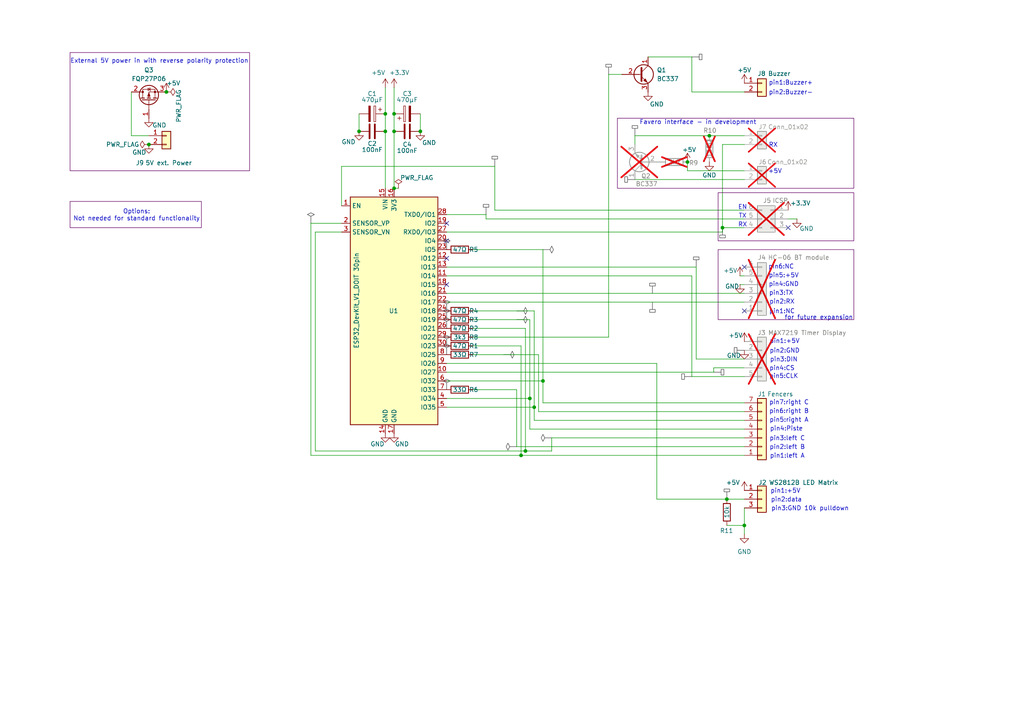
<source format=kicad_sch>
(kicad_sch
	(version 20250114)
	(generator "eeschema")
	(generator_version "9.0")
	(uuid "6f23b28f-35dc-4546-b08f-72b82cccd48b")
	(paper "A4")
	(title_block
		(title "ESP32 WeaponWireTester V1.2")
		(date "2025-01-12")
		(rev "R2")
		(company "Piet Wauters, Claude Wolter")
		(comment 1 "https://github.com/pietwauters/WeaponWireTester")
		(comment 2 "©2025 CC BY-NC-SA 4.0")
	)
	(lib_symbols
		(symbol "Connector_Generic:Conn_01x02"
			(pin_names
				(offset 1.016)
				(hide yes)
			)
			(exclude_from_sim no)
			(in_bom yes)
			(on_board yes)
			(property "Reference" "J"
				(at 0 2.54 0)
				(effects
					(font
						(size 1.27 1.27)
					)
				)
			)
			(property "Value" "Conn_01x02"
				(at 0 -5.08 0)
				(effects
					(font
						(size 1.27 1.27)
					)
				)
			)
			(property "Footprint" ""
				(at 0 0 0)
				(effects
					(font
						(size 1.27 1.27)
					)
					(hide yes)
				)
			)
			(property "Datasheet" "~"
				(at 0 0 0)
				(effects
					(font
						(size 1.27 1.27)
					)
					(hide yes)
				)
			)
			(property "Description" "Generic connector, single row, 01x02, script generated (kicad-library-utils/schlib/autogen/connector/)"
				(at 0 0 0)
				(effects
					(font
						(size 1.27 1.27)
					)
					(hide yes)
				)
			)
			(property "ki_keywords" "connector"
				(at 0 0 0)
				(effects
					(font
						(size 1.27 1.27)
					)
					(hide yes)
				)
			)
			(property "ki_fp_filters" "Connector*:*_1x??_*"
				(at 0 0 0)
				(effects
					(font
						(size 1.27 1.27)
					)
					(hide yes)
				)
			)
			(symbol "Conn_01x02_1_1"
				(rectangle
					(start -1.27 1.27)
					(end 1.27 -3.81)
					(stroke
						(width 0.254)
						(type default)
					)
					(fill
						(type background)
					)
				)
				(rectangle
					(start -1.27 0.127)
					(end 0 -0.127)
					(stroke
						(width 0.1524)
						(type default)
					)
					(fill
						(type none)
					)
				)
				(rectangle
					(start -1.27 -2.413)
					(end 0 -2.667)
					(stroke
						(width 0.1524)
						(type default)
					)
					(fill
						(type none)
					)
				)
				(pin passive line
					(at -5.08 0 0)
					(length 3.81)
					(name "Pin_1"
						(effects
							(font
								(size 1.27 1.27)
							)
						)
					)
					(number "1"
						(effects
							(font
								(size 1.27 1.27)
							)
						)
					)
				)
				(pin passive line
					(at -5.08 -2.54 0)
					(length 3.81)
					(name "Pin_2"
						(effects
							(font
								(size 1.27 1.27)
							)
						)
					)
					(number "2"
						(effects
							(font
								(size 1.27 1.27)
							)
						)
					)
				)
			)
			(embedded_fonts no)
		)
		(symbol "Connector_Generic:Conn_01x03"
			(pin_names
				(offset 1.016)
				(hide yes)
			)
			(exclude_from_sim no)
			(in_bom yes)
			(on_board yes)
			(property "Reference" "J"
				(at 0 5.08 0)
				(effects
					(font
						(size 1.27 1.27)
					)
				)
			)
			(property "Value" "Conn_01x03"
				(at 0 -5.08 0)
				(effects
					(font
						(size 1.27 1.27)
					)
				)
			)
			(property "Footprint" ""
				(at 0 0 0)
				(effects
					(font
						(size 1.27 1.27)
					)
					(hide yes)
				)
			)
			(property "Datasheet" "~"
				(at 0 0 0)
				(effects
					(font
						(size 1.27 1.27)
					)
					(hide yes)
				)
			)
			(property "Description" "Generic connector, single row, 01x03, script generated (kicad-library-utils/schlib/autogen/connector/)"
				(at 0 0 0)
				(effects
					(font
						(size 1.27 1.27)
					)
					(hide yes)
				)
			)
			(property "ki_keywords" "connector"
				(at 0 0 0)
				(effects
					(font
						(size 1.27 1.27)
					)
					(hide yes)
				)
			)
			(property "ki_fp_filters" "Connector*:*_1x??_*"
				(at 0 0 0)
				(effects
					(font
						(size 1.27 1.27)
					)
					(hide yes)
				)
			)
			(symbol "Conn_01x03_1_1"
				(rectangle
					(start -1.27 3.81)
					(end 1.27 -3.81)
					(stroke
						(width 0.254)
						(type default)
					)
					(fill
						(type background)
					)
				)
				(rectangle
					(start -1.27 2.667)
					(end 0 2.413)
					(stroke
						(width 0.1524)
						(type default)
					)
					(fill
						(type none)
					)
				)
				(rectangle
					(start -1.27 0.127)
					(end 0 -0.127)
					(stroke
						(width 0.1524)
						(type default)
					)
					(fill
						(type none)
					)
				)
				(rectangle
					(start -1.27 -2.413)
					(end 0 -2.667)
					(stroke
						(width 0.1524)
						(type default)
					)
					(fill
						(type none)
					)
				)
				(pin passive line
					(at -5.08 2.54 0)
					(length 3.81)
					(name "Pin_1"
						(effects
							(font
								(size 1.27 1.27)
							)
						)
					)
					(number "1"
						(effects
							(font
								(size 1.27 1.27)
							)
						)
					)
				)
				(pin passive line
					(at -5.08 0 0)
					(length 3.81)
					(name "Pin_2"
						(effects
							(font
								(size 1.27 1.27)
							)
						)
					)
					(number "2"
						(effects
							(font
								(size 1.27 1.27)
							)
						)
					)
				)
				(pin passive line
					(at -5.08 -2.54 0)
					(length 3.81)
					(name "Pin_3"
						(effects
							(font
								(size 1.27 1.27)
							)
						)
					)
					(number "3"
						(effects
							(font
								(size 1.27 1.27)
							)
						)
					)
				)
			)
			(embedded_fonts no)
		)
		(symbol "Connector_Generic:Conn_01x05"
			(pin_names
				(offset 1.016)
				(hide yes)
			)
			(exclude_from_sim no)
			(in_bom yes)
			(on_board yes)
			(property "Reference" "J"
				(at 0 7.62 0)
				(effects
					(font
						(size 1.27 1.27)
					)
				)
			)
			(property "Value" "Conn_01x05"
				(at 0 -7.62 0)
				(effects
					(font
						(size 1.27 1.27)
					)
				)
			)
			(property "Footprint" ""
				(at 0 0 0)
				(effects
					(font
						(size 1.27 1.27)
					)
					(hide yes)
				)
			)
			(property "Datasheet" "~"
				(at 0 0 0)
				(effects
					(font
						(size 1.27 1.27)
					)
					(hide yes)
				)
			)
			(property "Description" "Generic connector, single row, 01x05, script generated (kicad-library-utils/schlib/autogen/connector/)"
				(at 0 0 0)
				(effects
					(font
						(size 1.27 1.27)
					)
					(hide yes)
				)
			)
			(property "ki_keywords" "connector"
				(at 0 0 0)
				(effects
					(font
						(size 1.27 1.27)
					)
					(hide yes)
				)
			)
			(property "ki_fp_filters" "Connector*:*_1x??_*"
				(at 0 0 0)
				(effects
					(font
						(size 1.27 1.27)
					)
					(hide yes)
				)
			)
			(symbol "Conn_01x05_1_1"
				(rectangle
					(start -1.27 6.35)
					(end 1.27 -6.35)
					(stroke
						(width 0.254)
						(type default)
					)
					(fill
						(type background)
					)
				)
				(rectangle
					(start -1.27 5.207)
					(end 0 4.953)
					(stroke
						(width 0.1524)
						(type default)
					)
					(fill
						(type none)
					)
				)
				(rectangle
					(start -1.27 2.667)
					(end 0 2.413)
					(stroke
						(width 0.1524)
						(type default)
					)
					(fill
						(type none)
					)
				)
				(rectangle
					(start -1.27 0.127)
					(end 0 -0.127)
					(stroke
						(width 0.1524)
						(type default)
					)
					(fill
						(type none)
					)
				)
				(rectangle
					(start -1.27 -2.413)
					(end 0 -2.667)
					(stroke
						(width 0.1524)
						(type default)
					)
					(fill
						(type none)
					)
				)
				(rectangle
					(start -1.27 -4.953)
					(end 0 -5.207)
					(stroke
						(width 0.1524)
						(type default)
					)
					(fill
						(type none)
					)
				)
				(pin passive line
					(at -5.08 5.08 0)
					(length 3.81)
					(name "Pin_1"
						(effects
							(font
								(size 1.27 1.27)
							)
						)
					)
					(number "1"
						(effects
							(font
								(size 1.27 1.27)
							)
						)
					)
				)
				(pin passive line
					(at -5.08 2.54 0)
					(length 3.81)
					(name "Pin_2"
						(effects
							(font
								(size 1.27 1.27)
							)
						)
					)
					(number "2"
						(effects
							(font
								(size 1.27 1.27)
							)
						)
					)
				)
				(pin passive line
					(at -5.08 0 0)
					(length 3.81)
					(name "Pin_3"
						(effects
							(font
								(size 1.27 1.27)
							)
						)
					)
					(number "3"
						(effects
							(font
								(size 1.27 1.27)
							)
						)
					)
				)
				(pin passive line
					(at -5.08 -2.54 0)
					(length 3.81)
					(name "Pin_4"
						(effects
							(font
								(size 1.27 1.27)
							)
						)
					)
					(number "4"
						(effects
							(font
								(size 1.27 1.27)
							)
						)
					)
				)
				(pin passive line
					(at -5.08 -5.08 0)
					(length 3.81)
					(name "Pin_5"
						(effects
							(font
								(size 1.27 1.27)
							)
						)
					)
					(number "5"
						(effects
							(font
								(size 1.27 1.27)
							)
						)
					)
				)
			)
			(embedded_fonts no)
		)
		(symbol "Connector_Generic:Conn_01x06"
			(pin_names
				(offset 1.016)
				(hide yes)
			)
			(exclude_from_sim no)
			(in_bom yes)
			(on_board yes)
			(property "Reference" "J"
				(at 0 7.62 0)
				(effects
					(font
						(size 1.27 1.27)
					)
				)
			)
			(property "Value" "Conn_01x06"
				(at 0 -10.16 0)
				(effects
					(font
						(size 1.27 1.27)
					)
				)
			)
			(property "Footprint" ""
				(at 0 0 0)
				(effects
					(font
						(size 1.27 1.27)
					)
					(hide yes)
				)
			)
			(property "Datasheet" "~"
				(at 0 0 0)
				(effects
					(font
						(size 1.27 1.27)
					)
					(hide yes)
				)
			)
			(property "Description" "Generic connector, single row, 01x06, script generated (kicad-library-utils/schlib/autogen/connector/)"
				(at 0 0 0)
				(effects
					(font
						(size 1.27 1.27)
					)
					(hide yes)
				)
			)
			(property "ki_keywords" "connector"
				(at 0 0 0)
				(effects
					(font
						(size 1.27 1.27)
					)
					(hide yes)
				)
			)
			(property "ki_fp_filters" "Connector*:*_1x??_*"
				(at 0 0 0)
				(effects
					(font
						(size 1.27 1.27)
					)
					(hide yes)
				)
			)
			(symbol "Conn_01x06_1_1"
				(rectangle
					(start -1.27 6.35)
					(end 1.27 -8.89)
					(stroke
						(width 0.254)
						(type default)
					)
					(fill
						(type background)
					)
				)
				(rectangle
					(start -1.27 5.207)
					(end 0 4.953)
					(stroke
						(width 0.1524)
						(type default)
					)
					(fill
						(type none)
					)
				)
				(rectangle
					(start -1.27 2.667)
					(end 0 2.413)
					(stroke
						(width 0.1524)
						(type default)
					)
					(fill
						(type none)
					)
				)
				(rectangle
					(start -1.27 0.127)
					(end 0 -0.127)
					(stroke
						(width 0.1524)
						(type default)
					)
					(fill
						(type none)
					)
				)
				(rectangle
					(start -1.27 -2.413)
					(end 0 -2.667)
					(stroke
						(width 0.1524)
						(type default)
					)
					(fill
						(type none)
					)
				)
				(rectangle
					(start -1.27 -4.953)
					(end 0 -5.207)
					(stroke
						(width 0.1524)
						(type default)
					)
					(fill
						(type none)
					)
				)
				(rectangle
					(start -1.27 -7.493)
					(end 0 -7.747)
					(stroke
						(width 0.1524)
						(type default)
					)
					(fill
						(type none)
					)
				)
				(pin passive line
					(at -5.08 5.08 0)
					(length 3.81)
					(name "Pin_1"
						(effects
							(font
								(size 1.27 1.27)
							)
						)
					)
					(number "1"
						(effects
							(font
								(size 1.27 1.27)
							)
						)
					)
				)
				(pin passive line
					(at -5.08 2.54 0)
					(length 3.81)
					(name "Pin_2"
						(effects
							(font
								(size 1.27 1.27)
							)
						)
					)
					(number "2"
						(effects
							(font
								(size 1.27 1.27)
							)
						)
					)
				)
				(pin passive line
					(at -5.08 0 0)
					(length 3.81)
					(name "Pin_3"
						(effects
							(font
								(size 1.27 1.27)
							)
						)
					)
					(number "3"
						(effects
							(font
								(size 1.27 1.27)
							)
						)
					)
				)
				(pin passive line
					(at -5.08 -2.54 0)
					(length 3.81)
					(name "Pin_4"
						(effects
							(font
								(size 1.27 1.27)
							)
						)
					)
					(number "4"
						(effects
							(font
								(size 1.27 1.27)
							)
						)
					)
				)
				(pin passive line
					(at -5.08 -5.08 0)
					(length 3.81)
					(name "Pin_5"
						(effects
							(font
								(size 1.27 1.27)
							)
						)
					)
					(number "5"
						(effects
							(font
								(size 1.27 1.27)
							)
						)
					)
				)
				(pin passive line
					(at -5.08 -7.62 0)
					(length 3.81)
					(name "Pin_6"
						(effects
							(font
								(size 1.27 1.27)
							)
						)
					)
					(number "6"
						(effects
							(font
								(size 1.27 1.27)
							)
						)
					)
				)
			)
			(embedded_fonts no)
		)
		(symbol "Connector_Generic:Conn_01x07"
			(pin_names
				(offset 1.016)
				(hide yes)
			)
			(exclude_from_sim no)
			(in_bom yes)
			(on_board yes)
			(property "Reference" "J"
				(at 0 10.16 0)
				(effects
					(font
						(size 1.27 1.27)
					)
				)
			)
			(property "Value" "Conn_01x07"
				(at 0 -10.16 0)
				(effects
					(font
						(size 1.27 1.27)
					)
				)
			)
			(property "Footprint" ""
				(at 0 0 0)
				(effects
					(font
						(size 1.27 1.27)
					)
					(hide yes)
				)
			)
			(property "Datasheet" "~"
				(at 0 0 0)
				(effects
					(font
						(size 1.27 1.27)
					)
					(hide yes)
				)
			)
			(property "Description" "Generic connector, single row, 01x07, script generated (kicad-library-utils/schlib/autogen/connector/)"
				(at 0 0 0)
				(effects
					(font
						(size 1.27 1.27)
					)
					(hide yes)
				)
			)
			(property "ki_keywords" "connector"
				(at 0 0 0)
				(effects
					(font
						(size 1.27 1.27)
					)
					(hide yes)
				)
			)
			(property "ki_fp_filters" "Connector*:*_1x??_*"
				(at 0 0 0)
				(effects
					(font
						(size 1.27 1.27)
					)
					(hide yes)
				)
			)
			(symbol "Conn_01x07_1_1"
				(rectangle
					(start -1.27 8.89)
					(end 1.27 -8.89)
					(stroke
						(width 0.254)
						(type default)
					)
					(fill
						(type background)
					)
				)
				(rectangle
					(start -1.27 7.747)
					(end 0 7.493)
					(stroke
						(width 0.1524)
						(type default)
					)
					(fill
						(type none)
					)
				)
				(rectangle
					(start -1.27 5.207)
					(end 0 4.953)
					(stroke
						(width 0.1524)
						(type default)
					)
					(fill
						(type none)
					)
				)
				(rectangle
					(start -1.27 2.667)
					(end 0 2.413)
					(stroke
						(width 0.1524)
						(type default)
					)
					(fill
						(type none)
					)
				)
				(rectangle
					(start -1.27 0.127)
					(end 0 -0.127)
					(stroke
						(width 0.1524)
						(type default)
					)
					(fill
						(type none)
					)
				)
				(rectangle
					(start -1.27 -2.413)
					(end 0 -2.667)
					(stroke
						(width 0.1524)
						(type default)
					)
					(fill
						(type none)
					)
				)
				(rectangle
					(start -1.27 -4.953)
					(end 0 -5.207)
					(stroke
						(width 0.1524)
						(type default)
					)
					(fill
						(type none)
					)
				)
				(rectangle
					(start -1.27 -7.493)
					(end 0 -7.747)
					(stroke
						(width 0.1524)
						(type default)
					)
					(fill
						(type none)
					)
				)
				(pin passive line
					(at -5.08 7.62 0)
					(length 3.81)
					(name "Pin_1"
						(effects
							(font
								(size 1.27 1.27)
							)
						)
					)
					(number "1"
						(effects
							(font
								(size 1.27 1.27)
							)
						)
					)
				)
				(pin passive line
					(at -5.08 5.08 0)
					(length 3.81)
					(name "Pin_2"
						(effects
							(font
								(size 1.27 1.27)
							)
						)
					)
					(number "2"
						(effects
							(font
								(size 1.27 1.27)
							)
						)
					)
				)
				(pin passive line
					(at -5.08 2.54 0)
					(length 3.81)
					(name "Pin_3"
						(effects
							(font
								(size 1.27 1.27)
							)
						)
					)
					(number "3"
						(effects
							(font
								(size 1.27 1.27)
							)
						)
					)
				)
				(pin passive line
					(at -5.08 0 0)
					(length 3.81)
					(name "Pin_4"
						(effects
							(font
								(size 1.27 1.27)
							)
						)
					)
					(number "4"
						(effects
							(font
								(size 1.27 1.27)
							)
						)
					)
				)
				(pin passive line
					(at -5.08 -2.54 0)
					(length 3.81)
					(name "Pin_5"
						(effects
							(font
								(size 1.27 1.27)
							)
						)
					)
					(number "5"
						(effects
							(font
								(size 1.27 1.27)
							)
						)
					)
				)
				(pin passive line
					(at -5.08 -5.08 0)
					(length 3.81)
					(name "Pin_6"
						(effects
							(font
								(size 1.27 1.27)
							)
						)
					)
					(number "6"
						(effects
							(font
								(size 1.27 1.27)
							)
						)
					)
				)
				(pin passive line
					(at -5.08 -7.62 0)
					(length 3.81)
					(name "Pin_7"
						(effects
							(font
								(size 1.27 1.27)
							)
						)
					)
					(number "7"
						(effects
							(font
								(size 1.27 1.27)
							)
						)
					)
				)
			)
			(embedded_fonts no)
		)
		(symbol "Connector_Generic:Conn_02x03_Counter_Clockwise"
			(pin_names
				(offset 1.016)
				(hide yes)
			)
			(exclude_from_sim no)
			(in_bom yes)
			(on_board yes)
			(property "Reference" "J"
				(at 1.27 5.08 0)
				(effects
					(font
						(size 1.27 1.27)
					)
				)
			)
			(property "Value" "Conn_02x03_Counter_Clockwise"
				(at 1.27 -5.08 0)
				(effects
					(font
						(size 1.27 1.27)
					)
				)
			)
			(property "Footprint" ""
				(at 0 0 0)
				(effects
					(font
						(size 1.27 1.27)
					)
					(hide yes)
				)
			)
			(property "Datasheet" "~"
				(at 0 0 0)
				(effects
					(font
						(size 1.27 1.27)
					)
					(hide yes)
				)
			)
			(property "Description" "Generic connector, double row, 02x03, counter clockwise pin numbering scheme (similar to DIP package numbering), script generated (kicad-library-utils/schlib/autogen/connector/)"
				(at 0 0 0)
				(effects
					(font
						(size 1.27 1.27)
					)
					(hide yes)
				)
			)
			(property "ki_keywords" "connector"
				(at 0 0 0)
				(effects
					(font
						(size 1.27 1.27)
					)
					(hide yes)
				)
			)
			(property "ki_fp_filters" "Connector*:*_2x??_*"
				(at 0 0 0)
				(effects
					(font
						(size 1.27 1.27)
					)
					(hide yes)
				)
			)
			(symbol "Conn_02x03_Counter_Clockwise_1_1"
				(rectangle
					(start -1.27 3.81)
					(end 3.81 -3.81)
					(stroke
						(width 0.254)
						(type default)
					)
					(fill
						(type background)
					)
				)
				(rectangle
					(start -1.27 2.667)
					(end 0 2.413)
					(stroke
						(width 0.1524)
						(type default)
					)
					(fill
						(type none)
					)
				)
				(rectangle
					(start -1.27 0.127)
					(end 0 -0.127)
					(stroke
						(width 0.1524)
						(type default)
					)
					(fill
						(type none)
					)
				)
				(rectangle
					(start -1.27 -2.413)
					(end 0 -2.667)
					(stroke
						(width 0.1524)
						(type default)
					)
					(fill
						(type none)
					)
				)
				(rectangle
					(start 3.81 2.667)
					(end 2.54 2.413)
					(stroke
						(width 0.1524)
						(type default)
					)
					(fill
						(type none)
					)
				)
				(rectangle
					(start 3.81 0.127)
					(end 2.54 -0.127)
					(stroke
						(width 0.1524)
						(type default)
					)
					(fill
						(type none)
					)
				)
				(rectangle
					(start 3.81 -2.413)
					(end 2.54 -2.667)
					(stroke
						(width 0.1524)
						(type default)
					)
					(fill
						(type none)
					)
				)
				(pin passive line
					(at -5.08 2.54 0)
					(length 3.81)
					(name "Pin_1"
						(effects
							(font
								(size 1.27 1.27)
							)
						)
					)
					(number "1"
						(effects
							(font
								(size 1.27 1.27)
							)
						)
					)
				)
				(pin passive line
					(at -5.08 0 0)
					(length 3.81)
					(name "Pin_2"
						(effects
							(font
								(size 1.27 1.27)
							)
						)
					)
					(number "2"
						(effects
							(font
								(size 1.27 1.27)
							)
						)
					)
				)
				(pin passive line
					(at -5.08 -2.54 0)
					(length 3.81)
					(name "Pin_3"
						(effects
							(font
								(size 1.27 1.27)
							)
						)
					)
					(number "3"
						(effects
							(font
								(size 1.27 1.27)
							)
						)
					)
				)
				(pin passive line
					(at 7.62 2.54 180)
					(length 3.81)
					(name "Pin_6"
						(effects
							(font
								(size 1.27 1.27)
							)
						)
					)
					(number "6"
						(effects
							(font
								(size 1.27 1.27)
							)
						)
					)
				)
				(pin passive line
					(at 7.62 0 180)
					(length 3.81)
					(name "Pin_5"
						(effects
							(font
								(size 1.27 1.27)
							)
						)
					)
					(number "5"
						(effects
							(font
								(size 1.27 1.27)
							)
						)
					)
				)
				(pin passive line
					(at 7.62 -2.54 180)
					(length 3.81)
					(name "Pin_4"
						(effects
							(font
								(size 1.27 1.27)
							)
						)
					)
					(number "4"
						(effects
							(font
								(size 1.27 1.27)
							)
						)
					)
				)
			)
			(embedded_fonts no)
		)
		(symbol "Device:C"
			(pin_numbers
				(hide yes)
			)
			(pin_names
				(offset 0.254)
			)
			(exclude_from_sim no)
			(in_bom yes)
			(on_board yes)
			(property "Reference" "C"
				(at 0.635 2.54 0)
				(effects
					(font
						(size 1.27 1.27)
					)
					(justify left)
				)
			)
			(property "Value" "C"
				(at 0.635 -2.54 0)
				(effects
					(font
						(size 1.27 1.27)
					)
					(justify left)
				)
			)
			(property "Footprint" ""
				(at 0.9652 -3.81 0)
				(effects
					(font
						(size 1.27 1.27)
					)
					(hide yes)
				)
			)
			(property "Datasheet" "~"
				(at 0 0 0)
				(effects
					(font
						(size 1.27 1.27)
					)
					(hide yes)
				)
			)
			(property "Description" "Unpolarized capacitor"
				(at 0 0 0)
				(effects
					(font
						(size 1.27 1.27)
					)
					(hide yes)
				)
			)
			(property "ki_keywords" "cap capacitor"
				(at 0 0 0)
				(effects
					(font
						(size 1.27 1.27)
					)
					(hide yes)
				)
			)
			(property "ki_fp_filters" "C_*"
				(at 0 0 0)
				(effects
					(font
						(size 1.27 1.27)
					)
					(hide yes)
				)
			)
			(symbol "C_0_1"
				(polyline
					(pts
						(xy -2.032 0.762) (xy 2.032 0.762)
					)
					(stroke
						(width 0.508)
						(type default)
					)
					(fill
						(type none)
					)
				)
				(polyline
					(pts
						(xy -2.032 -0.762) (xy 2.032 -0.762)
					)
					(stroke
						(width 0.508)
						(type default)
					)
					(fill
						(type none)
					)
				)
			)
			(symbol "C_1_1"
				(pin passive line
					(at 0 3.81 270)
					(length 2.794)
					(name "~"
						(effects
							(font
								(size 1.27 1.27)
							)
						)
					)
					(number "1"
						(effects
							(font
								(size 1.27 1.27)
							)
						)
					)
				)
				(pin passive line
					(at 0 -3.81 90)
					(length 2.794)
					(name "~"
						(effects
							(font
								(size 1.27 1.27)
							)
						)
					)
					(number "2"
						(effects
							(font
								(size 1.27 1.27)
							)
						)
					)
				)
			)
			(embedded_fonts no)
		)
		(symbol "Device:C_Polarized"
			(pin_numbers
				(hide yes)
			)
			(pin_names
				(offset 0.254)
			)
			(exclude_from_sim no)
			(in_bom yes)
			(on_board yes)
			(property "Reference" "C"
				(at 0.635 2.54 0)
				(effects
					(font
						(size 1.27 1.27)
					)
					(justify left)
				)
			)
			(property "Value" "C_Polarized"
				(at 0.635 -2.54 0)
				(effects
					(font
						(size 1.27 1.27)
					)
					(justify left)
				)
			)
			(property "Footprint" ""
				(at 0.9652 -3.81 0)
				(effects
					(font
						(size 1.27 1.27)
					)
					(hide yes)
				)
			)
			(property "Datasheet" "~"
				(at 0 0 0)
				(effects
					(font
						(size 1.27 1.27)
					)
					(hide yes)
				)
			)
			(property "Description" "Polarized capacitor"
				(at 0 0 0)
				(effects
					(font
						(size 1.27 1.27)
					)
					(hide yes)
				)
			)
			(property "ki_keywords" "cap capacitor"
				(at 0 0 0)
				(effects
					(font
						(size 1.27 1.27)
					)
					(hide yes)
				)
			)
			(property "ki_fp_filters" "CP_*"
				(at 0 0 0)
				(effects
					(font
						(size 1.27 1.27)
					)
					(hide yes)
				)
			)
			(symbol "C_Polarized_0_1"
				(rectangle
					(start -2.286 0.508)
					(end 2.286 1.016)
					(stroke
						(width 0)
						(type default)
					)
					(fill
						(type none)
					)
				)
				(polyline
					(pts
						(xy -1.778 2.286) (xy -0.762 2.286)
					)
					(stroke
						(width 0)
						(type default)
					)
					(fill
						(type none)
					)
				)
				(polyline
					(pts
						(xy -1.27 2.794) (xy -1.27 1.778)
					)
					(stroke
						(width 0)
						(type default)
					)
					(fill
						(type none)
					)
				)
				(rectangle
					(start 2.286 -0.508)
					(end -2.286 -1.016)
					(stroke
						(width 0)
						(type default)
					)
					(fill
						(type outline)
					)
				)
			)
			(symbol "C_Polarized_1_1"
				(pin passive line
					(at 0 3.81 270)
					(length 2.794)
					(name "~"
						(effects
							(font
								(size 1.27 1.27)
							)
						)
					)
					(number "1"
						(effects
							(font
								(size 1.27 1.27)
							)
						)
					)
				)
				(pin passive line
					(at 0 -3.81 90)
					(length 2.794)
					(name "~"
						(effects
							(font
								(size 1.27 1.27)
							)
						)
					)
					(number "2"
						(effects
							(font
								(size 1.27 1.27)
							)
						)
					)
				)
			)
			(embedded_fonts no)
		)
		(symbol "Device:R"
			(pin_numbers
				(hide yes)
			)
			(pin_names
				(offset 0)
			)
			(exclude_from_sim no)
			(in_bom yes)
			(on_board yes)
			(property "Reference" "R"
				(at 2.032 0 90)
				(effects
					(font
						(size 1.27 1.27)
					)
				)
			)
			(property "Value" "R"
				(at 0 0 90)
				(effects
					(font
						(size 1.27 1.27)
					)
				)
			)
			(property "Footprint" ""
				(at -1.778 0 90)
				(effects
					(font
						(size 1.27 1.27)
					)
					(hide yes)
				)
			)
			(property "Datasheet" "~"
				(at 0 0 0)
				(effects
					(font
						(size 1.27 1.27)
					)
					(hide yes)
				)
			)
			(property "Description" "Resistor"
				(at 0 0 0)
				(effects
					(font
						(size 1.27 1.27)
					)
					(hide yes)
				)
			)
			(property "ki_keywords" "R res resistor"
				(at 0 0 0)
				(effects
					(font
						(size 1.27 1.27)
					)
					(hide yes)
				)
			)
			(property "ki_fp_filters" "R_*"
				(at 0 0 0)
				(effects
					(font
						(size 1.27 1.27)
					)
					(hide yes)
				)
			)
			(symbol "R_0_1"
				(rectangle
					(start -1.016 -2.54)
					(end 1.016 2.54)
					(stroke
						(width 0.254)
						(type default)
					)
					(fill
						(type none)
					)
				)
			)
			(symbol "R_1_1"
				(pin passive line
					(at 0 3.81 270)
					(length 1.27)
					(name "~"
						(effects
							(font
								(size 1.27 1.27)
							)
						)
					)
					(number "1"
						(effects
							(font
								(size 1.27 1.27)
							)
						)
					)
				)
				(pin passive line
					(at 0 -3.81 90)
					(length 1.27)
					(name "~"
						(effects
							(font
								(size 1.27 1.27)
							)
						)
					)
					(number "2"
						(effects
							(font
								(size 1.27 1.27)
							)
						)
					)
				)
			)
			(embedded_fonts no)
		)
		(symbol "ESP32_DevKit_V1_DOIT:ESP32_DevKit_V1_DOIT"
			(exclude_from_sim no)
			(in_bom yes)
			(on_board yes)
			(property "Reference" "U"
				(at -11.43 34.29 0)
				(effects
					(font
						(size 1.27 1.27)
					)
				)
			)
			(property "Value" "ESP32_DevKit_V1_DOIT"
				(at 11.43 34.29 0)
				(effects
					(font
						(size 1.27 1.27)
					)
				)
			)
			(property "Footprint" "ESP32_DevKit_V1_DOIT:esp32_devkit_v1_doit"
				(at -11.43 34.29 0)
				(effects
					(font
						(size 1.27 1.27)
					)
					(hide yes)
				)
			)
			(property "Datasheet" "https://aliexpress.com/item/32864722159.html"
				(at -11.43 34.29 0)
				(effects
					(font
						(size 1.27 1.27)
					)
					(hide yes)
				)
			)
			(property "Description" "32-bit microcontroller module with WiFi and Bluetooth"
				(at 0 0 0)
				(effects
					(font
						(size 1.27 1.27)
					)
					(hide yes)
				)
			)
			(property "ki_keywords" "ESP32-WROOM-32 WiFi and Bluetooth microcontroller"
				(at 0 0 0)
				(effects
					(font
						(size 1.27 1.27)
					)
					(hide yes)
				)
			)
			(property "ki_fp_filters" "esp32?devkit?v1?doit*"
				(at 0 0 0)
				(effects
					(font
						(size 1.27 1.27)
					)
					(hide yes)
				)
			)
			(symbol "ESP32_DevKit_V1_DOIT_1_1"
				(rectangle
					(start -12.7 33.02)
					(end 12.7 -33.02)
					(stroke
						(width 0.254)
						(type default)
					)
					(fill
						(type background)
					)
				)
				(pin input line
					(at -15.24 30.48 0)
					(length 2.54)
					(name "EN"
						(effects
							(font
								(size 1.27 1.27)
							)
						)
					)
					(number "1"
						(effects
							(font
								(size 1.27 1.27)
							)
						)
					)
				)
				(pin input line
					(at -15.24 25.4 0)
					(length 2.54)
					(name "SENSOR_VP"
						(effects
							(font
								(size 1.27 1.27)
							)
						)
					)
					(number "2"
						(effects
							(font
								(size 1.27 1.27)
							)
						)
					)
				)
				(pin input line
					(at -15.24 22.86 0)
					(length 2.54)
					(name "SENSOR_VN"
						(effects
							(font
								(size 1.27 1.27)
							)
						)
					)
					(number "3"
						(effects
							(font
								(size 1.27 1.27)
							)
						)
					)
				)
				(pin power_in line
					(at -2.54 35.56 270)
					(length 2.54)
					(name "VIN"
						(effects
							(font
								(size 1.27 1.27)
							)
						)
					)
					(number "15"
						(effects
							(font
								(size 1.27 1.27)
							)
						)
					)
				)
				(pin power_in line
					(at -2.54 -35.56 90)
					(length 2.54)
					(name "GND"
						(effects
							(font
								(size 1.27 1.27)
							)
						)
					)
					(number "14"
						(effects
							(font
								(size 1.27 1.27)
							)
						)
					)
				)
				(pin power_in line
					(at 0 35.56 270)
					(length 2.54)
					(name "3V3"
						(effects
							(font
								(size 1.27 1.27)
							)
						)
					)
					(number "16"
						(effects
							(font
								(size 1.27 1.27)
							)
						)
					)
				)
				(pin power_in line
					(at 0 -35.56 90)
					(length 2.54)
					(name "GND"
						(effects
							(font
								(size 1.27 1.27)
							)
						)
					)
					(number "17"
						(effects
							(font
								(size 1.27 1.27)
							)
						)
					)
				)
				(pin bidirectional line
					(at 15.24 27.94 180)
					(length 2.54)
					(name "TXD0/IO1"
						(effects
							(font
								(size 1.27 1.27)
							)
						)
					)
					(number "28"
						(effects
							(font
								(size 1.27 1.27)
							)
						)
					)
				)
				(pin bidirectional line
					(at 15.24 25.4 180)
					(length 2.54)
					(name "IO2"
						(effects
							(font
								(size 1.27 1.27)
							)
						)
					)
					(number "19"
						(effects
							(font
								(size 1.27 1.27)
							)
						)
					)
				)
				(pin bidirectional line
					(at 15.24 22.86 180)
					(length 2.54)
					(name "RXD0/IO3"
						(effects
							(font
								(size 1.27 1.27)
							)
						)
					)
					(number "27"
						(effects
							(font
								(size 1.27 1.27)
							)
						)
					)
				)
				(pin bidirectional line
					(at 15.24 20.32 180)
					(length 2.54)
					(name "IO4"
						(effects
							(font
								(size 1.27 1.27)
							)
						)
					)
					(number "20"
						(effects
							(font
								(size 1.27 1.27)
							)
						)
					)
				)
				(pin bidirectional line
					(at 15.24 17.78 180)
					(length 2.54)
					(name "IO5"
						(effects
							(font
								(size 1.27 1.27)
							)
						)
					)
					(number "23"
						(effects
							(font
								(size 1.27 1.27)
							)
						)
					)
				)
				(pin bidirectional line
					(at 15.24 15.24 180)
					(length 2.54)
					(name "IO12"
						(effects
							(font
								(size 1.27 1.27)
							)
						)
					)
					(number "12"
						(effects
							(font
								(size 1.27 1.27)
							)
						)
					)
				)
				(pin bidirectional line
					(at 15.24 12.7 180)
					(length 2.54)
					(name "IO13"
						(effects
							(font
								(size 1.27 1.27)
							)
						)
					)
					(number "13"
						(effects
							(font
								(size 1.27 1.27)
							)
						)
					)
				)
				(pin bidirectional line
					(at 15.24 10.16 180)
					(length 2.54)
					(name "IO14"
						(effects
							(font
								(size 1.27 1.27)
							)
						)
					)
					(number "11"
						(effects
							(font
								(size 1.27 1.27)
							)
						)
					)
				)
				(pin bidirectional line
					(at 15.24 7.62 180)
					(length 2.54)
					(name "IO15"
						(effects
							(font
								(size 1.27 1.27)
							)
						)
					)
					(number "18"
						(effects
							(font
								(size 1.27 1.27)
							)
						)
					)
				)
				(pin bidirectional line
					(at 15.24 5.08 180)
					(length 2.54)
					(name "IO16"
						(effects
							(font
								(size 1.27 1.27)
							)
						)
					)
					(number "21"
						(effects
							(font
								(size 1.27 1.27)
							)
						)
					)
				)
				(pin bidirectional line
					(at 15.24 2.54 180)
					(length 2.54)
					(name "IO17"
						(effects
							(font
								(size 1.27 1.27)
							)
						)
					)
					(number "22"
						(effects
							(font
								(size 1.27 1.27)
							)
						)
					)
				)
				(pin bidirectional line
					(at 15.24 0 180)
					(length 2.54)
					(name "IO18"
						(effects
							(font
								(size 1.27 1.27)
							)
						)
					)
					(number "24"
						(effects
							(font
								(size 1.27 1.27)
							)
						)
					)
				)
				(pin bidirectional line
					(at 15.24 -2.54 180)
					(length 2.54)
					(name "IO19"
						(effects
							(font
								(size 1.27 1.27)
							)
						)
					)
					(number "25"
						(effects
							(font
								(size 1.27 1.27)
							)
						)
					)
				)
				(pin bidirectional line
					(at 15.24 -5.08 180)
					(length 2.54)
					(name "IO21"
						(effects
							(font
								(size 1.27 1.27)
							)
						)
					)
					(number "26"
						(effects
							(font
								(size 1.27 1.27)
							)
						)
					)
				)
				(pin bidirectional line
					(at 15.24 -7.62 180)
					(length 2.54)
					(name "IO22"
						(effects
							(font
								(size 1.27 1.27)
							)
						)
					)
					(number "29"
						(effects
							(font
								(size 1.27 1.27)
							)
						)
					)
				)
				(pin bidirectional line
					(at 15.24 -10.16 180)
					(length 2.54)
					(name "IO23"
						(effects
							(font
								(size 1.27 1.27)
							)
						)
					)
					(number "30"
						(effects
							(font
								(size 1.27 1.27)
							)
						)
					)
				)
				(pin bidirectional line
					(at 15.24 -12.7 180)
					(length 2.54)
					(name "IO25"
						(effects
							(font
								(size 1.27 1.27)
							)
						)
					)
					(number "8"
						(effects
							(font
								(size 1.27 1.27)
							)
						)
					)
				)
				(pin bidirectional line
					(at 15.24 -15.24 180)
					(length 2.54)
					(name "IO26"
						(effects
							(font
								(size 1.27 1.27)
							)
						)
					)
					(number "9"
						(effects
							(font
								(size 1.27 1.27)
							)
						)
					)
				)
				(pin bidirectional line
					(at 15.24 -17.78 180)
					(length 2.54)
					(name "IO27"
						(effects
							(font
								(size 1.27 1.27)
							)
						)
					)
					(number "10"
						(effects
							(font
								(size 1.27 1.27)
							)
						)
					)
				)
				(pin bidirectional line
					(at 15.24 -20.32 180)
					(length 2.54)
					(name "IO32"
						(effects
							(font
								(size 1.27 1.27)
							)
						)
					)
					(number "6"
						(effects
							(font
								(size 1.27 1.27)
							)
						)
					)
				)
				(pin bidirectional line
					(at 15.24 -22.86 180)
					(length 2.54)
					(name "IO33"
						(effects
							(font
								(size 1.27 1.27)
							)
						)
					)
					(number "7"
						(effects
							(font
								(size 1.27 1.27)
							)
						)
					)
				)
				(pin input line
					(at 15.24 -25.4 180)
					(length 2.54)
					(name "IO34"
						(effects
							(font
								(size 1.27 1.27)
							)
						)
					)
					(number "4"
						(effects
							(font
								(size 1.27 1.27)
							)
						)
					)
				)
				(pin input line
					(at 15.24 -27.94 180)
					(length 2.54)
					(name "IO35"
						(effects
							(font
								(size 1.27 1.27)
							)
						)
					)
					(number "5"
						(effects
							(font
								(size 1.27 1.27)
							)
						)
					)
				)
			)
			(embedded_fonts no)
		)
		(symbol "Transistor_BJT:BC337"
			(pin_names
				(offset 0)
				(hide yes)
			)
			(exclude_from_sim no)
			(in_bom yes)
			(on_board yes)
			(property "Reference" "Q"
				(at 5.08 1.905 0)
				(effects
					(font
						(size 1.27 1.27)
					)
					(justify left)
				)
			)
			(property "Value" "BC337"
				(at 5.08 0 0)
				(effects
					(font
						(size 1.27 1.27)
					)
					(justify left)
				)
			)
			(property "Footprint" "Package_TO_SOT_THT:TO-92_Inline"
				(at 5.08 -1.905 0)
				(effects
					(font
						(size 1.27 1.27)
						(italic yes)
					)
					(justify left)
					(hide yes)
				)
			)
			(property "Datasheet" "https://diotec.com/tl_files/diotec/files/pdf/datasheets/bc337.pdf"
				(at 0 0 0)
				(effects
					(font
						(size 1.27 1.27)
					)
					(justify left)
					(hide yes)
				)
			)
			(property "Description" "0.8A Ic, 45V Vce, NPN Transistor, TO-92"
				(at 0 0 0)
				(effects
					(font
						(size 1.27 1.27)
					)
					(hide yes)
				)
			)
			(property "ki_keywords" "NPN Transistor"
				(at 0 0 0)
				(effects
					(font
						(size 1.27 1.27)
					)
					(hide yes)
				)
			)
			(property "ki_fp_filters" "TO?92*"
				(at 0 0 0)
				(effects
					(font
						(size 1.27 1.27)
					)
					(hide yes)
				)
			)
			(symbol "BC337_0_1"
				(polyline
					(pts
						(xy 0 0) (xy 0.635 0)
					)
					(stroke
						(width 0)
						(type default)
					)
					(fill
						(type none)
					)
				)
				(polyline
					(pts
						(xy 0.635 1.905) (xy 0.635 -1.905) (xy 0.635 -1.905)
					)
					(stroke
						(width 0.508)
						(type default)
					)
					(fill
						(type none)
					)
				)
				(polyline
					(pts
						(xy 0.635 0.635) (xy 2.54 2.54)
					)
					(stroke
						(width 0)
						(type default)
					)
					(fill
						(type none)
					)
				)
				(polyline
					(pts
						(xy 0.635 -0.635) (xy 2.54 -2.54) (xy 2.54 -2.54)
					)
					(stroke
						(width 0)
						(type default)
					)
					(fill
						(type none)
					)
				)
				(circle
					(center 1.27 0)
					(radius 2.8194)
					(stroke
						(width 0.254)
						(type default)
					)
					(fill
						(type none)
					)
				)
				(polyline
					(pts
						(xy 1.27 -1.778) (xy 1.778 -1.27) (xy 2.286 -2.286) (xy 1.27 -1.778) (xy 1.27 -1.778)
					)
					(stroke
						(width 0)
						(type default)
					)
					(fill
						(type outline)
					)
				)
			)
			(symbol "BC337_1_1"
				(pin input line
					(at -5.08 0 0)
					(length 5.08)
					(name "B"
						(effects
							(font
								(size 1.27 1.27)
							)
						)
					)
					(number "2"
						(effects
							(font
								(size 1.27 1.27)
							)
						)
					)
				)
				(pin passive line
					(at 2.54 5.08 270)
					(length 2.54)
					(name "C"
						(effects
							(font
								(size 1.27 1.27)
							)
						)
					)
					(number "1"
						(effects
							(font
								(size 1.27 1.27)
							)
						)
					)
				)
				(pin passive line
					(at 2.54 -5.08 90)
					(length 2.54)
					(name "E"
						(effects
							(font
								(size 1.27 1.27)
							)
						)
					)
					(number "3"
						(effects
							(font
								(size 1.27 1.27)
							)
						)
					)
				)
			)
			(embedded_fonts no)
		)
		(symbol "Transistor_FET:FQP27P06"
			(pin_names
				(hide yes)
			)
			(exclude_from_sim no)
			(in_bom yes)
			(on_board yes)
			(property "Reference" "Q"
				(at 5.08 1.905 0)
				(effects
					(font
						(size 1.27 1.27)
					)
					(justify left)
				)
			)
			(property "Value" "FQP27P06"
				(at 5.08 0 0)
				(effects
					(font
						(size 1.27 1.27)
					)
					(justify left)
				)
			)
			(property "Footprint" "Package_TO_SOT_THT:TO-220-3_Vertical"
				(at 5.08 -1.905 0)
				(effects
					(font
						(size 1.27 1.27)
						(italic yes)
					)
					(justify left)
					(hide yes)
				)
			)
			(property "Datasheet" "https://www.onsemi.com/pub/Collateral/FQP27P06-D.PDF"
				(at 5.08 -3.81 0)
				(effects
					(font
						(size 1.27 1.27)
					)
					(justify left)
					(hide yes)
				)
			)
			(property "Description" "-27A Id, -60V Vds, QFET P-Channel MOSFET, TO-220"
				(at 0 0 0)
				(effects
					(font
						(size 1.27 1.27)
					)
					(hide yes)
				)
			)
			(property "ki_keywords" "QFET P-Channel MOSFET"
				(at 0 0 0)
				(effects
					(font
						(size 1.27 1.27)
					)
					(hide yes)
				)
			)
			(property "ki_fp_filters" "TO?220*"
				(at 0 0 0)
				(effects
					(font
						(size 1.27 1.27)
					)
					(hide yes)
				)
			)
			(symbol "FQP27P06_0_1"
				(polyline
					(pts
						(xy 0.254 1.905) (xy 0.254 -1.905)
					)
					(stroke
						(width 0.254)
						(type default)
					)
					(fill
						(type none)
					)
				)
				(polyline
					(pts
						(xy 0.254 0) (xy -2.54 0)
					)
					(stroke
						(width 0)
						(type default)
					)
					(fill
						(type none)
					)
				)
				(polyline
					(pts
						(xy 0.762 2.286) (xy 0.762 1.27)
					)
					(stroke
						(width 0.254)
						(type default)
					)
					(fill
						(type none)
					)
				)
				(polyline
					(pts
						(xy 0.762 1.778) (xy 3.302 1.778) (xy 3.302 -1.778) (xy 0.762 -1.778)
					)
					(stroke
						(width 0)
						(type default)
					)
					(fill
						(type none)
					)
				)
				(polyline
					(pts
						(xy 0.762 0.508) (xy 0.762 -0.508)
					)
					(stroke
						(width 0.254)
						(type default)
					)
					(fill
						(type none)
					)
				)
				(polyline
					(pts
						(xy 0.762 -1.27) (xy 0.762 -2.286)
					)
					(stroke
						(width 0.254)
						(type default)
					)
					(fill
						(type none)
					)
				)
				(circle
					(center 1.651 0)
					(radius 2.794)
					(stroke
						(width 0.254)
						(type default)
					)
					(fill
						(type none)
					)
				)
				(polyline
					(pts
						(xy 2.286 0) (xy 1.27 0.381) (xy 1.27 -0.381) (xy 2.286 0)
					)
					(stroke
						(width 0)
						(type default)
					)
					(fill
						(type outline)
					)
				)
				(polyline
					(pts
						(xy 2.54 2.54) (xy 2.54 1.778)
					)
					(stroke
						(width 0)
						(type default)
					)
					(fill
						(type none)
					)
				)
				(circle
					(center 2.54 1.778)
					(radius 0.254)
					(stroke
						(width 0)
						(type default)
					)
					(fill
						(type outline)
					)
				)
				(circle
					(center 2.54 -1.778)
					(radius 0.254)
					(stroke
						(width 0)
						(type default)
					)
					(fill
						(type outline)
					)
				)
				(polyline
					(pts
						(xy 2.54 -2.54) (xy 2.54 0) (xy 0.762 0)
					)
					(stroke
						(width 0)
						(type default)
					)
					(fill
						(type none)
					)
				)
				(polyline
					(pts
						(xy 2.794 -0.508) (xy 2.921 -0.381) (xy 3.683 -0.381) (xy 3.81 -0.254)
					)
					(stroke
						(width 0)
						(type default)
					)
					(fill
						(type none)
					)
				)
				(polyline
					(pts
						(xy 3.302 -0.381) (xy 2.921 0.254) (xy 3.683 0.254) (xy 3.302 -0.381)
					)
					(stroke
						(width 0)
						(type default)
					)
					(fill
						(type none)
					)
				)
			)
			(symbol "FQP27P06_1_1"
				(pin input line
					(at -5.08 0 0)
					(length 2.54)
					(name "G"
						(effects
							(font
								(size 1.27 1.27)
							)
						)
					)
					(number "1"
						(effects
							(font
								(size 1.27 1.27)
							)
						)
					)
				)
				(pin passive line
					(at 2.54 5.08 270)
					(length 2.54)
					(name "D"
						(effects
							(font
								(size 1.27 1.27)
							)
						)
					)
					(number "2"
						(effects
							(font
								(size 1.27 1.27)
							)
						)
					)
				)
				(pin passive line
					(at 2.54 -5.08 90)
					(length 2.54)
					(name "S"
						(effects
							(font
								(size 1.27 1.27)
							)
						)
					)
					(number "3"
						(effects
							(font
								(size 1.27 1.27)
							)
						)
					)
				)
			)
			(embedded_fonts no)
		)
		(symbol "power:+3.3V"
			(power)
			(pin_numbers
				(hide yes)
			)
			(pin_names
				(offset 0)
				(hide yes)
			)
			(exclude_from_sim no)
			(in_bom yes)
			(on_board yes)
			(property "Reference" "#PWR"
				(at 0 -3.81 0)
				(effects
					(font
						(size 1.27 1.27)
					)
					(hide yes)
				)
			)
			(property "Value" "+3.3V"
				(at 0 3.556 0)
				(effects
					(font
						(size 1.27 1.27)
					)
				)
			)
			(property "Footprint" ""
				(at 0 0 0)
				(effects
					(font
						(size 1.27 1.27)
					)
					(hide yes)
				)
			)
			(property "Datasheet" ""
				(at 0 0 0)
				(effects
					(font
						(size 1.27 1.27)
					)
					(hide yes)
				)
			)
			(property "Description" "Power symbol creates a global label with name \"+3.3V\""
				(at 0 0 0)
				(effects
					(font
						(size 1.27 1.27)
					)
					(hide yes)
				)
			)
			(property "ki_keywords" "global power"
				(at 0 0 0)
				(effects
					(font
						(size 1.27 1.27)
					)
					(hide yes)
				)
			)
			(symbol "+3.3V_0_1"
				(polyline
					(pts
						(xy -0.762 1.27) (xy 0 2.54)
					)
					(stroke
						(width 0)
						(type default)
					)
					(fill
						(type none)
					)
				)
				(polyline
					(pts
						(xy 0 2.54) (xy 0.762 1.27)
					)
					(stroke
						(width 0)
						(type default)
					)
					(fill
						(type none)
					)
				)
				(polyline
					(pts
						(xy 0 0) (xy 0 2.54)
					)
					(stroke
						(width 0)
						(type default)
					)
					(fill
						(type none)
					)
				)
			)
			(symbol "+3.3V_1_1"
				(pin power_in line
					(at 0 0 90)
					(length 0)
					(name "~"
						(effects
							(font
								(size 1.27 1.27)
							)
						)
					)
					(number "1"
						(effects
							(font
								(size 1.27 1.27)
							)
						)
					)
				)
			)
			(embedded_fonts no)
		)
		(symbol "power:+5V"
			(power)
			(pin_numbers
				(hide yes)
			)
			(pin_names
				(offset 0)
				(hide yes)
			)
			(exclude_from_sim no)
			(in_bom yes)
			(on_board yes)
			(property "Reference" "#PWR"
				(at 0 -3.81 0)
				(effects
					(font
						(size 1.27 1.27)
					)
					(hide yes)
				)
			)
			(property "Value" "+5V"
				(at 0 3.556 0)
				(effects
					(font
						(size 1.27 1.27)
					)
				)
			)
			(property "Footprint" ""
				(at 0 0 0)
				(effects
					(font
						(size 1.27 1.27)
					)
					(hide yes)
				)
			)
			(property "Datasheet" ""
				(at 0 0 0)
				(effects
					(font
						(size 1.27 1.27)
					)
					(hide yes)
				)
			)
			(property "Description" "Power symbol creates a global label with name \"+5V\""
				(at 0 0 0)
				(effects
					(font
						(size 1.27 1.27)
					)
					(hide yes)
				)
			)
			(property "ki_keywords" "global power"
				(at 0 0 0)
				(effects
					(font
						(size 1.27 1.27)
					)
					(hide yes)
				)
			)
			(symbol "+5V_0_1"
				(polyline
					(pts
						(xy -0.762 1.27) (xy 0 2.54)
					)
					(stroke
						(width 0)
						(type default)
					)
					(fill
						(type none)
					)
				)
				(polyline
					(pts
						(xy 0 2.54) (xy 0.762 1.27)
					)
					(stroke
						(width 0)
						(type default)
					)
					(fill
						(type none)
					)
				)
				(polyline
					(pts
						(xy 0 0) (xy 0 2.54)
					)
					(stroke
						(width 0)
						(type default)
					)
					(fill
						(type none)
					)
				)
			)
			(symbol "+5V_1_1"
				(pin power_in line
					(at 0 0 90)
					(length 0)
					(name "~"
						(effects
							(font
								(size 1.27 1.27)
							)
						)
					)
					(number "1"
						(effects
							(font
								(size 1.27 1.27)
							)
						)
					)
				)
			)
			(embedded_fonts no)
		)
		(symbol "power:GND"
			(power)
			(pin_numbers
				(hide yes)
			)
			(pin_names
				(offset 0)
				(hide yes)
			)
			(exclude_from_sim no)
			(in_bom yes)
			(on_board yes)
			(property "Reference" "#PWR"
				(at 0 -6.35 0)
				(effects
					(font
						(size 1.27 1.27)
					)
					(hide yes)
				)
			)
			(property "Value" "GND"
				(at 0 -3.81 0)
				(effects
					(font
						(size 1.27 1.27)
					)
				)
			)
			(property "Footprint" ""
				(at 0 0 0)
				(effects
					(font
						(size 1.27 1.27)
					)
					(hide yes)
				)
			)
			(property "Datasheet" ""
				(at 0 0 0)
				(effects
					(font
						(size 1.27 1.27)
					)
					(hide yes)
				)
			)
			(property "Description" "Power symbol creates a global label with name \"GND\" , ground"
				(at 0 0 0)
				(effects
					(font
						(size 1.27 1.27)
					)
					(hide yes)
				)
			)
			(property "ki_keywords" "global power"
				(at 0 0 0)
				(effects
					(font
						(size 1.27 1.27)
					)
					(hide yes)
				)
			)
			(symbol "GND_0_1"
				(polyline
					(pts
						(xy 0 0) (xy 0 -1.27) (xy 1.27 -1.27) (xy 0 -2.54) (xy -1.27 -1.27) (xy 0 -1.27)
					)
					(stroke
						(width 0)
						(type default)
					)
					(fill
						(type none)
					)
				)
			)
			(symbol "GND_1_1"
				(pin power_in line
					(at 0 0 270)
					(length 0)
					(name "~"
						(effects
							(font
								(size 1.27 1.27)
							)
						)
					)
					(number "1"
						(effects
							(font
								(size 1.27 1.27)
							)
						)
					)
				)
			)
			(embedded_fonts no)
		)
		(symbol "power:PWR_FLAG"
			(power)
			(pin_numbers
				(hide yes)
			)
			(pin_names
				(offset 0)
				(hide yes)
			)
			(exclude_from_sim no)
			(in_bom yes)
			(on_board yes)
			(property "Reference" "#FLG"
				(at 0 1.905 0)
				(effects
					(font
						(size 1.27 1.27)
					)
					(hide yes)
				)
			)
			(property "Value" "PWR_FLAG"
				(at 0 3.81 0)
				(effects
					(font
						(size 1.27 1.27)
					)
				)
			)
			(property "Footprint" ""
				(at 0 0 0)
				(effects
					(font
						(size 1.27 1.27)
					)
					(hide yes)
				)
			)
			(property "Datasheet" "~"
				(at 0 0 0)
				(effects
					(font
						(size 1.27 1.27)
					)
					(hide yes)
				)
			)
			(property "Description" "Special symbol for telling ERC where power comes from"
				(at 0 0 0)
				(effects
					(font
						(size 1.27 1.27)
					)
					(hide yes)
				)
			)
			(property "ki_keywords" "flag power"
				(at 0 0 0)
				(effects
					(font
						(size 1.27 1.27)
					)
					(hide yes)
				)
			)
			(symbol "PWR_FLAG_0_0"
				(pin power_out line
					(at 0 0 90)
					(length 0)
					(name "~"
						(effects
							(font
								(size 1.27 1.27)
							)
						)
					)
					(number "1"
						(effects
							(font
								(size 1.27 1.27)
							)
						)
					)
				)
			)
			(symbol "PWR_FLAG_0_1"
				(polyline
					(pts
						(xy 0 0) (xy 0 1.27) (xy -1.016 1.905) (xy 0 2.54) (xy 1.016 1.905) (xy 0 1.27)
					)
					(stroke
						(width 0)
						(type default)
					)
					(fill
						(type none)
					)
				)
			)
			(embedded_fonts no)
		)
	)
	(rectangle
		(start 20.32 15.24)
		(end 72.39 49.53)
		(stroke
			(width 0)
			(type default)
			(color 100 0 100 1)
		)
		(fill
			(type none)
		)
		(uuid 27f2637d-9a6e-4fdc-a23c-4c660a897b6e)
	)
	(rectangle
		(start 20.32 58.42)
		(end 58.42 66.04)
		(stroke
			(width 0)
			(type default)
			(color 100 0 100 1)
		)
		(fill
			(type none)
		)
		(uuid 4c5ddf0f-48e9-4ea8-ad96-f3bf13c3e8bb)
	)
	(rectangle
		(start 208.28 55.88)
		(end 247.65 69.85)
		(stroke
			(width 0)
			(type default)
			(color 100 0 100 1)
		)
		(fill
			(type none)
		)
		(uuid 7f8cb859-87a0-4a58-8ab9-13ceb4f37c44)
	)
	(rectangle
		(start 208.28 72.39)
		(end 247.65 92.71)
		(stroke
			(width 0)
			(type default)
			(color 100 0 100 1)
		)
		(fill
			(type none)
		)
		(uuid 8cbe1ddd-ca59-4bf4-a5d7-f4805bfe9025)
	)
	(rectangle
		(start 179.07 34.29)
		(end 247.65 54.61)
		(stroke
			(width 0)
			(type default)
			(color 100 0 100 1)
		)
		(fill
			(type none)
		)
		(uuid d4fb56d9-169b-45ca-beba-275036511995)
	)
	(text "Options:\nNot needed for standard functionality\n"
		(exclude_from_sim no)
		(at 39.624 62.484 0)
		(effects
			(font
				(size 1.27 1.27)
			)
		)
		(uuid "01f4b104-7666-4ecb-8871-5461d3a7b8c2")
	)
	(text "RX"
		(exclude_from_sim no)
		(at 215.392 65.278 0)
		(effects
			(font
				(size 1.27 1.27)
			)
		)
		(uuid "138793b7-a5b2-4864-abb8-1e21fd056657")
	)
	(text "pin3:left C"
		(exclude_from_sim no)
		(at 228.346 127.254 0)
		(effects
			(font
				(size 1.27 1.27)
			)
		)
		(uuid "1fb98624-2a85-4c3b-8d59-278c2171551e")
	)
	(text "TX"
		(exclude_from_sim no)
		(at 215.392 62.738 0)
		(effects
			(font
				(size 1.27 1.27)
			)
		)
		(uuid "26acc2af-8b3a-457f-9f46-c60de001ad33")
	)
	(text "pin3:TX"
		(exclude_from_sim no)
		(at 226.568 85.09 0)
		(effects
			(font
				(size 1.27 1.27)
			)
		)
		(uuid "332db2c1-fb96-4b8c-a2ce-47151e91b0d4")
	)
	(text "pin4:GND"
		(exclude_from_sim no)
		(at 227.33 82.55 0)
		(effects
			(font
				(size 1.27 1.27)
			)
		)
		(uuid "3728f198-ba28-4636-b07b-72d0e803e6a9")
	)
	(text "pin4:Piste"
		(exclude_from_sim no)
		(at 228.092 124.46 0)
		(effects
			(font
				(size 1.27 1.27)
			)
		)
		(uuid "38593a2f-ab11-4a15-9973-66c33f179062")
	)
	(text "pin5:+5V"
		(exclude_from_sim no)
		(at 227.33 80.01 0)
		(effects
			(font
				(size 1.27 1.27)
			)
		)
		(uuid "3cc8bd7b-1558-47d5-920f-6191d1990f95")
	)
	(text "EN"
		(exclude_from_sim no)
		(at 215.392 60.198 0)
		(effects
			(font
				(size 1.27 1.27)
			)
		)
		(uuid "426f4f1b-af26-4352-9a60-356127257d52")
	)
	(text "pin2:data"
		(exclude_from_sim no)
		(at 228.092 145.034 0)
		(effects
			(font
				(size 1.27 1.27)
			)
		)
		(uuid "436c641c-34ed-4335-a95a-1123d32e6fea")
	)
	(text "pin1:+5V"
		(exclude_from_sim no)
		(at 227.838 142.494 0)
		(effects
			(font
				(size 1.27 1.27)
			)
		)
		(uuid "4b2d8a1c-61aa-4894-9f37-cd5b9462f014")
	)
	(text "pin3:DIN"
		(exclude_from_sim no)
		(at 227.33 104.394 0)
		(effects
			(font
				(size 1.27 1.27)
			)
		)
		(uuid "56ce5414-e966-4c71-897b-6d1a3df8a826")
	)
	(text "+5V"
		(exclude_from_sim no)
		(at 224.79 49.784 0)
		(effects
			(font
				(size 1.27 1.27)
			)
		)
		(uuid "59967fe8-f6e9-42aa-8e17-da0fa7bf0c3b")
	)
	(text "pin3:GND 10k pulldown"
		(exclude_from_sim no)
		(at 234.95 147.574 0)
		(effects
			(font
				(size 1.27 1.27)
			)
		)
		(uuid "606e1d69-ee31-4f4b-a5d3-a558c05ec7aa")
	)
	(text "pin2:GND"
		(exclude_from_sim no)
		(at 227.584 101.854 0)
		(effects
			(font
				(size 1.27 1.27)
			)
		)
		(uuid "6412efc6-f87c-4f17-94a2-6af21adf2551")
	)
	(text "for future expansion"
		(exclude_from_sim no)
		(at 237.49 92.202 0)
		(effects
			(font
				(size 1.27 1.27)
			)
		)
		(uuid "6606b34b-782d-4044-b215-c07671f87e9d")
	)
	(text "pin5:CLK"
		(exclude_from_sim no)
		(at 227.33 109.22 0)
		(effects
			(font
				(size 1.27 1.27)
			)
		)
		(uuid "678c7027-2908-49b0-83e7-b9ab5297bd4c")
	)
	(text "pin1:Buzzer+"
		(exclude_from_sim no)
		(at 229.362 24.13 0)
		(effects
			(font
				(size 1.27 1.27)
			)
		)
		(uuid "6912972e-9fb8-47a8-8cd2-e5861bd4a6be")
	)
	(text "pin6:right B"
		(exclude_from_sim no)
		(at 228.854 119.38 0)
		(effects
			(font
				(size 1.27 1.27)
			)
		)
		(uuid "6cd082c5-8c3b-433d-b1e0-e8b3b0de7858")
	)
	(text "pin7:right C"
		(exclude_from_sim no)
		(at 228.854 116.84 0)
		(effects
			(font
				(size 1.27 1.27)
			)
		)
		(uuid "723e6daf-e240-4cf0-87a6-17a471126154")
	)
	(text "pin5:right A"
		(exclude_from_sim no)
		(at 228.854 121.92 0)
		(effects
			(font
				(size 1.27 1.27)
			)
		)
		(uuid "88871473-de25-4cd6-a2fe-185d53f091f7")
	)
	(text "pin1:NC"
		(exclude_from_sim no)
		(at 226.822 90.424 0)
		(effects
			(font
				(size 1.27 1.27)
			)
		)
		(uuid "8b8bcc5e-7fda-4724-a01f-2974d69c92c4")
	)
	(text "External 5V power in with reverse polarity protection"
		(exclude_from_sim no)
		(at 46.228 17.78 0)
		(effects
			(font
				(size 1.27 1.27)
			)
		)
		(uuid "90c6f2af-a4fd-4390-81c3-40e1c29e8e92")
	)
	(text "pin2:RX"
		(exclude_from_sim no)
		(at 226.822 87.63 0)
		(effects
			(font
				(size 1.27 1.27)
			)
		)
		(uuid "9ea26398-4a52-4106-a17e-5b62b5447658")
	)
	(text "pin2:Buzzer-"
		(exclude_from_sim no)
		(at 229.362 26.924 0)
		(effects
			(font
				(size 1.27 1.27)
			)
		)
		(uuid "a4f39c80-51a2-4743-a8d5-072e0f9b9256")
	)
	(text "pin1:left A"
		(exclude_from_sim no)
		(at 228.346 132.334 0)
		(effects
			(font
				(size 1.27 1.27)
			)
		)
		(uuid "a7a96b80-a4fc-47d6-8765-954ecdbc6452")
	)
	(text "RX"
		(exclude_from_sim no)
		(at 224.282 42.164 0)
		(effects
			(font
				(size 1.27 1.27)
			)
		)
		(uuid "a7ddd67f-cf2c-41df-a088-c541c644162d")
	)
	(text "pin2:left B"
		(exclude_from_sim no)
		(at 228.346 129.794 0)
		(effects
			(font
				(size 1.27 1.27)
			)
		)
		(uuid "cf5697ab-7af0-487e-b040-00919064970e")
	)
	(text "Favero interface - in development"
		(exclude_from_sim no)
		(at 202.438 35.56 0)
		(effects
			(font
				(size 1.27 1.27)
			)
		)
		(uuid "d6ee3280-b6a4-409a-85ba-c1663c8aa633")
	)
	(text "pin1:+5V"
		(exclude_from_sim no)
		(at 227.584 99.06 0)
		(effects
			(font
				(size 1.27 1.27)
			)
		)
		(uuid "de6db298-cfe9-4a0d-8f3c-a615be37d470")
	)
	(text "pin4:CS"
		(exclude_from_sim no)
		(at 226.822 106.934 0)
		(effects
			(font
				(size 1.27 1.27)
			)
		)
		(uuid "e84652b0-922b-4452-bb8d-0b0bcbe1fd1a")
	)
	(text "pin6:NC"
		(exclude_from_sim no)
		(at 226.568 77.47 0)
		(effects
			(font
				(size 1.27 1.27)
			)
		)
		(uuid "ea6cc760-1576-4e05-9dd2-7aeac0d49e60")
	)
	(junction
		(at 114.3 54.61)
		(diameter 0)
		(color 0 0 0 0)
		(uuid "0dc76b9c-3649-441d-b076-d11a6bb8e2a4")
	)
	(junction
		(at 121.92 38.1)
		(diameter 0)
		(color 0 0 0 0)
		(uuid "182b7b6b-8d96-4398-99df-a50817effe72")
	)
	(junction
		(at 111.76 38.1)
		(diameter 0)
		(color 0 0 0 0)
		(uuid "2053e77b-9a0d-4600-b2cd-6eacdf66a31d")
	)
	(junction
		(at 215.9 152.4)
		(diameter 0)
		(color 0 0 0 0)
		(uuid "3088f5d4-f789-4469-a1e0-7360bc95e8b6")
	)
	(junction
		(at 199.39 46.99)
		(diameter 0)
		(color 0 0 0 0)
		(uuid "408eb415-75b0-418d-92cc-876ab356e360")
	)
	(junction
		(at 48.26 26.67)
		(diameter 0)
		(color 0 0 0 0)
		(uuid "44d0033f-ba3c-4e79-8503-3174d8ca11f8")
	)
	(junction
		(at 210.82 144.78)
		(diameter 0)
		(color 0 0 0 0)
		(uuid "53fca682-870b-404a-a690-4185d656f0ea")
	)
	(junction
		(at 157.48 110.49)
		(diameter 0)
		(color 0 0 0 0)
		(uuid "583baea8-d85d-44ef-9580-1b26f35cfa1e")
	)
	(junction
		(at 43.18 41.91)
		(diameter 0)
		(color 0 0 0 0)
		(uuid "6a66751d-d4d0-4ab5-821f-aaba0346689a")
	)
	(junction
		(at 153.67 115.57)
		(diameter 0)
		(color 0 0 0 0)
		(uuid "83757ee1-a13a-4cc2-8c80-dc3d56125e6b")
	)
	(junction
		(at 114.3 33.02)
		(diameter 0)
		(color 0 0 0 0)
		(uuid "94c564eb-03f2-4c6e-8395-c61fe714c5ac")
	)
	(junction
		(at 104.14 38.1)
		(diameter 0)
		(color 0 0 0 0)
		(uuid "982f63a7-fbee-4e5f-afd3-d507335cad07")
	)
	(junction
		(at 154.94 118.11)
		(diameter 0)
		(color 0 0 0 0)
		(uuid "9e4afd36-72a6-467e-8581-5885207f2a5b")
	)
	(junction
		(at 114.3 38.1)
		(diameter 0)
		(color 0 0 0 0)
		(uuid "c1f02538-6962-4855-9c98-c0b1cc0ac1e6")
	)
	(junction
		(at 209.55 66.04)
		(diameter 0)
		(color 0 0 0 0)
		(uuid "dd71651f-68c0-45e4-a4cd-cf803d267f2c")
	)
	(junction
		(at 111.76 33.02)
		(diameter 0)
		(color 0 0 0 0)
		(uuid "e0be8219-a18c-4fed-9da6-1cffdeca88ca")
	)
	(junction
		(at 152.4 130.81)
		(diameter 0)
		(color 0 0 0 0)
		(uuid "e85693b8-723a-4481-a1b6-51142d8e6143")
	)
	(junction
		(at 205.74 39.37)
		(diameter 0)
		(color 0 0 0 0)
		(uuid "e8cfa16b-b99d-44a5-b385-968787b7ef38")
	)
	(junction
		(at 151.13 132.08)
		(diameter 0)
		(color 0 0 0 0)
		(uuid "eb6f3807-c009-4011-bdb4-b41af8de9327")
	)
	(no_connect
		(at 129.54 74.93)
		(uuid "0bda6b80-62a4-434e-868c-58423e92c436")
	)
	(no_connect
		(at 215.9 77.47)
		(uuid "4e46c3d9-963f-4a77-87c9-7d101c793b97")
	)
	(no_connect
		(at 215.9 90.17)
		(uuid "55984818-bb3b-4784-94fb-dbb1281d1ddb")
	)
	(no_connect
		(at 129.54 64.77)
		(uuid "5a972a34-06c5-48c2-981d-52658bac1c47")
	)
	(no_connect
		(at 129.54 69.85)
		(uuid "5e49fa65-830d-4007-8832-1d7189964e98")
	)
	(no_connect
		(at 129.54 82.55)
		(uuid "815962f9-2659-4cd9-80ee-1453a52652c3")
	)
	(no_connect
		(at 228.6 66.04)
		(uuid "f313c10e-677a-4d8e-963e-d2d9f463625f")
	)
	(wire
		(pts
			(xy 210.82 144.78) (xy 215.9 144.78)
		)
		(stroke
			(width 0)
			(type default)
		)
		(uuid "02f8a1bc-c66f-4e51-9d2f-e6ebf43b2c46")
	)
	(wire
		(pts
			(xy 199.39 49.53) (xy 199.39 46.99)
		)
		(stroke
			(width 0)
			(type default)
		)
		(uuid "03dd2b68-c0c2-4e62-952d-e40fbca2c291")
	)
	(wire
		(pts
			(xy 215.9 49.53) (xy 199.39 49.53)
		)
		(stroke
			(width 0)
			(type default)
		)
		(uuid "04b9916a-f77b-4238-b551-f281eb1b5208")
	)
	(wire
		(pts
			(xy 209.55 67.31) (xy 209.55 66.04)
		)
		(stroke
			(width 0)
			(type default)
		)
		(uuid "0500f4ed-edb9-48aa-a25c-551782520730")
	)
	(wire
		(pts
			(xy 129.54 107.95) (xy 207.01 107.95)
		)
		(stroke
			(width 0)
			(type default)
		)
		(uuid "0551611d-8de2-476e-8b52-baf64f1f2b01")
	)
	(wire
		(pts
			(xy 154.94 90.17) (xy 154.94 118.11)
		)
		(stroke
			(width 0)
			(type default)
		)
		(uuid "07b95994-4c9a-4b08-b273-43a5bc0ceec5")
	)
	(wire
		(pts
			(xy 111.76 33.02) (xy 111.76 38.1)
		)
		(stroke
			(width 0)
			(type default)
		)
		(uuid "17d02c94-4349-4a49-bbad-c14bf20239e0")
	)
	(wire
		(pts
			(xy 137.16 100.33) (xy 151.13 100.33)
		)
		(stroke
			(width 0)
			(type default)
		)
		(uuid "1b516872-2c17-4d01-960e-e435bae3b3a6")
	)
	(wire
		(pts
			(xy 104.14 33.02) (xy 104.14 38.1)
		)
		(stroke
			(width 0)
			(type default)
		)
		(uuid "1f3b8c7d-1e35-47be-92bf-94222eb7e3e6")
	)
	(wire
		(pts
			(xy 214.63 80.01) (xy 215.9 80.01)
		)
		(stroke
			(width 0)
			(type default)
		)
		(uuid "1f59746d-f9aa-4127-9120-e75ffa9178d6")
	)
	(wire
		(pts
			(xy 137.16 102.87) (xy 156.21 102.87)
		)
		(stroke
			(width 0)
			(type default)
		)
		(uuid "238850ce-9a4f-4ad4-97e0-6c8341c2a68c")
	)
	(wire
		(pts
			(xy 129.54 115.57) (xy 153.67 115.57)
		)
		(stroke
			(width 0)
			(type default)
		)
		(uuid "2963d210-f943-444b-87c1-c91ed902f60e")
	)
	(wire
		(pts
			(xy 137.16 113.03) (xy 149.86 113.03)
		)
		(stroke
			(width 0)
			(type default)
		)
		(uuid "2db59532-bc18-4a01-b0cd-1953fe86f358")
	)
	(wire
		(pts
			(xy 200.66 80.01) (xy 200.66 109.22)
		)
		(stroke
			(width 0)
			(type default)
		)
		(uuid "30be8ef0-2201-4deb-8668-8b8744fe7a8e")
	)
	(wire
		(pts
			(xy 200.66 16.51) (xy 200.66 26.67)
		)
		(stroke
			(width 0)
			(type default)
		)
		(uuid "32588afc-c36e-4b2e-b9c6-06bc1ecb1c0d")
	)
	(wire
		(pts
			(xy 114.3 54.61) (xy 115.57 54.61)
		)
		(stroke
			(width 0)
			(type default)
		)
		(uuid "32a59284-62c7-40c4-b6d4-27e95b98d933")
	)
	(wire
		(pts
			(xy 90.17 64.77) (xy 90.17 132.08)
		)
		(stroke
			(width 0)
			(type default)
		)
		(uuid "3dc77c14-4f0f-46c6-baa8-0c9e5ea6e771")
	)
	(wire
		(pts
			(xy 184.15 39.37) (xy 205.74 39.37)
		)
		(stroke
			(width 0)
			(type default)
		)
		(uuid "4107d841-f9e0-4d41-956d-c1f6e36424c9")
	)
	(wire
		(pts
			(xy 137.16 92.71) (xy 153.67 92.71)
		)
		(stroke
			(width 0)
			(type default)
		)
		(uuid "420bb1fe-2844-4d6e-8152-311bcdbd3fee")
	)
	(wire
		(pts
			(xy 91.44 130.81) (xy 152.4 130.81)
		)
		(stroke
			(width 0)
			(type default)
		)
		(uuid "429319bd-b2ce-4f5b-a515-f52641564e47")
	)
	(wire
		(pts
			(xy 200.66 109.22) (xy 215.9 109.22)
		)
		(stroke
			(width 0)
			(type default)
		)
		(uuid "45c31450-c1da-4af3-b43c-4fd44f62ae36")
	)
	(wire
		(pts
			(xy 43.18 39.37) (xy 38.1 39.37)
		)
		(stroke
			(width 0)
			(type default)
		)
		(uuid "48fba363-f1df-4886-8d88-6de9a9269712")
	)
	(wire
		(pts
			(xy 187.96 16.51) (xy 200.66 16.51)
		)
		(stroke
			(width 0)
			(type default)
		)
		(uuid "4b1f7b0b-272e-4e99-a815-b2b2b76f2866")
	)
	(wire
		(pts
			(xy 90.17 132.08) (xy 151.13 132.08)
		)
		(stroke
			(width 0)
			(type default)
		)
		(uuid "4c69cae5-bd00-4a0d-b903-ad171e188b47")
	)
	(wire
		(pts
			(xy 154.94 121.92) (xy 215.9 121.92)
		)
		(stroke
			(width 0)
			(type default)
		)
		(uuid "4d9814f5-667d-4225-acb9-39157affb0be")
	)
	(wire
		(pts
			(xy 153.67 115.57) (xy 153.67 124.46)
		)
		(stroke
			(width 0)
			(type default)
		)
		(uuid "562d734f-31d9-4811-9ea1-556ad434e3fd")
	)
	(wire
		(pts
			(xy 114.3 38.1) (xy 114.3 54.61)
		)
		(stroke
			(width 0)
			(type default)
		)
		(uuid "57959286-2442-4a07-8eab-5ee39802ea67")
	)
	(wire
		(pts
			(xy 210.82 152.4) (xy 215.9 152.4)
		)
		(stroke
			(width 0)
			(type default)
		)
		(uuid "5bf37bea-facf-4a4f-bb69-0b5bf830bc52")
	)
	(wire
		(pts
			(xy 129.54 87.63) (xy 215.9 87.63)
		)
		(stroke
			(width 0)
			(type default)
		)
		(uuid "5d215813-db7a-45bb-8344-ab4b81bc972a")
	)
	(wire
		(pts
			(xy 114.3 25.4) (xy 114.3 33.02)
		)
		(stroke
			(width 0)
			(type default)
		)
		(uuid "5ed6d956-4ce3-4df5-8641-eb3c78b7432b")
	)
	(wire
		(pts
			(xy 231.14 63.5) (xy 228.6 63.5)
		)
		(stroke
			(width 0)
			(type default)
		)
		(uuid "6842a4c6-d441-4fe1-8c6e-2f64382be774")
	)
	(wire
		(pts
			(xy 209.55 66.04) (xy 215.9 66.04)
		)
		(stroke
			(width 0)
			(type default)
		)
		(uuid "6ad9dae4-2269-4d46-bc9e-566aa5446642")
	)
	(wire
		(pts
			(xy 99.06 59.69) (xy 99.06 48.26)
		)
		(stroke
			(width 0)
			(type default)
		)
		(uuid "6be5d6fb-387a-45ba-abdf-e86696ecfea6")
	)
	(wire
		(pts
			(xy 176.53 21.59) (xy 180.34 21.59)
		)
		(stroke
			(width 0)
			(type default)
		)
		(uuid "6be7a2e5-53aa-484e-a476-52027e149a6c")
	)
	(wire
		(pts
			(xy 190.5 144.78) (xy 210.82 144.78)
		)
		(stroke
			(width 0)
			(type default)
		)
		(uuid "6f529ab3-75cb-4bf6-b456-e835131a8915")
	)
	(wire
		(pts
			(xy 137.16 90.17) (xy 154.94 90.17)
		)
		(stroke
			(width 0)
			(type default)
		)
		(uuid "704cc06e-b8c3-413d-aee3-5977882cfcde")
	)
	(wire
		(pts
			(xy 143.51 48.26) (xy 143.51 60.96)
		)
		(stroke
			(width 0)
			(type default)
		)
		(uuid "72baf8ef-34d2-4e1b-a0db-8b231dbc3b32")
	)
	(wire
		(pts
			(xy 156.21 102.87) (xy 156.21 119.38)
		)
		(stroke
			(width 0)
			(type default)
		)
		(uuid "75c546a4-6821-4c2a-82c0-7578d35d3bae")
	)
	(wire
		(pts
			(xy 91.44 67.31) (xy 91.44 130.81)
		)
		(stroke
			(width 0)
			(type default)
		)
		(uuid "7bc8d65b-4a3b-4a59-87fe-08c3d5dcb6d1")
	)
	(wire
		(pts
			(xy 160.02 130.81) (xy 160.02 127)
		)
		(stroke
			(width 0)
			(type default)
		)
		(uuid "7c345c17-836c-4b31-96c4-ebded57bbf66")
	)
	(wire
		(pts
			(xy 157.48 110.49) (xy 157.48 116.84)
		)
		(stroke
			(width 0)
			(type default)
		)
		(uuid "7c5ffc0b-2c80-46ba-a9c4-b81bb00711af")
	)
	(wire
		(pts
			(xy 99.06 48.26) (xy 143.51 48.26)
		)
		(stroke
			(width 0)
			(type default)
		)
		(uuid "7f4dc176-6cfa-403c-accc-553aa013528c")
	)
	(wire
		(pts
			(xy 114.3 33.02) (xy 114.3 38.1)
		)
		(stroke
			(width 0)
			(type default)
		)
		(uuid "8304ec4c-24b5-449c-bcb8-4d3ca66bda3a")
	)
	(wire
		(pts
			(xy 157.48 116.84) (xy 215.9 116.84)
		)
		(stroke
			(width 0)
			(type default)
		)
		(uuid "8c82c2f8-f083-48be-b3bb-80c9faadcb48")
	)
	(wire
		(pts
			(xy 99.06 64.77) (xy 90.17 64.77)
		)
		(stroke
			(width 0)
			(type default)
		)
		(uuid "8d22fc0f-415d-4bad-af86-e589104400ea")
	)
	(wire
		(pts
			(xy 215.9 154.94) (xy 215.9 152.4)
		)
		(stroke
			(width 0)
			(type default)
		)
		(uuid "8e53727c-3481-4559-8401-303ebd87a3d2")
	)
	(wire
		(pts
			(xy 151.13 100.33) (xy 151.13 132.08)
		)
		(stroke
			(width 0)
			(type default)
		)
		(uuid "939461ca-8b45-410f-aae1-9c65bcd8aa32")
	)
	(wire
		(pts
			(xy 140.97 63.5) (xy 215.9 63.5)
		)
		(stroke
			(width 0)
			(type default)
		)
		(uuid "93cb0f00-5b85-4256-b8b4-2146efe18273")
	)
	(wire
		(pts
			(xy 200.66 26.67) (xy 215.9 26.67)
		)
		(stroke
			(width 0)
			(type default)
		)
		(uuid "9d1872cb-55dc-47d5-a684-ac6b66ac5ec5")
	)
	(wire
		(pts
			(xy 152.4 130.81) (xy 160.02 130.81)
		)
		(stroke
			(width 0)
			(type default)
		)
		(uuid "a05a8775-4722-4627-96e1-18019663dfb6")
	)
	(wire
		(pts
			(xy 129.54 77.47) (xy 201.93 77.47)
		)
		(stroke
			(width 0)
			(type default)
		)
		(uuid "a11ad7f5-1592-4619-9895-a9c3db21fe7d")
	)
	(wire
		(pts
			(xy 149.86 113.03) (xy 149.86 129.54)
		)
		(stroke
			(width 0)
			(type default)
		)
		(uuid "a3bb7a97-df74-4634-8358-ad031d8e5e46")
	)
	(wire
		(pts
			(xy 137.16 72.39) (xy 157.48 72.39)
		)
		(stroke
			(width 0)
			(type default)
		)
		(uuid "a585feb6-d823-41ec-8bc2-0160f5bfe1d8")
	)
	(wire
		(pts
			(xy 129.54 62.23) (xy 140.97 62.23)
		)
		(stroke
			(width 0)
			(type default)
		)
		(uuid "a90c5465-d5cc-4654-ab58-2839372dca3a")
	)
	(wire
		(pts
			(xy 99.06 67.31) (xy 91.44 67.31)
		)
		(stroke
			(width 0)
			(type default)
		)
		(uuid "af1c817c-8ec6-468d-b574-600a5acb863d")
	)
	(wire
		(pts
			(xy 190.5 105.41) (xy 190.5 144.78)
		)
		(stroke
			(width 0)
			(type default)
		)
		(uuid "b3176086-1fd9-46e0-905c-c81a727086b2")
	)
	(wire
		(pts
			(xy 215.9 152.4) (xy 215.9 147.32)
		)
		(stroke
			(width 0)
			(type default)
		)
		(uuid "b46f4593-d60d-40b6-bd19-5985c9d5e737")
	)
	(wire
		(pts
			(xy 137.16 95.25) (xy 152.4 95.25)
		)
		(stroke
			(width 0)
			(type default)
		)
		(uuid "b75f76f7-9038-4c19-94f4-800d4e8c4d87")
	)
	(wire
		(pts
			(xy 209.55 41.91) (xy 215.9 41.91)
		)
		(stroke
			(width 0)
			(type default)
		)
		(uuid "b88776d7-feee-4845-a0c8-30593b4b59de")
	)
	(wire
		(pts
			(xy 140.97 63.5) (xy 140.97 62.23)
		)
		(stroke
			(width 0)
			(type default)
		)
		(uuid "bb828125-7c30-423e-a0ce-e0a7b14fb269")
	)
	(wire
		(pts
			(xy 201.93 104.14) (xy 215.9 104.14)
		)
		(stroke
			(width 0)
			(type default)
		)
		(uuid "bda5e21a-bbe7-4674-95d1-68c44c504bd0")
	)
	(wire
		(pts
			(xy 215.9 52.07) (xy 184.15 52.07)
		)
		(stroke
			(width 0)
			(type default)
		)
		(uuid "bdcf646a-279f-472d-86cd-b941ddaf8bc7")
	)
	(wire
		(pts
			(xy 154.94 118.11) (xy 154.94 121.92)
		)
		(stroke
			(width 0)
			(type default)
		)
		(uuid "be9e6669-1dd4-43e0-a1cc-a28cf9eb9179")
	)
	(wire
		(pts
			(xy 151.13 132.08) (xy 215.9 132.08)
		)
		(stroke
			(width 0)
			(type default)
		)
		(uuid "c0b6ce3b-cb6d-4b54-abec-1b876dde6237")
	)
	(wire
		(pts
			(xy 111.76 38.1) (xy 111.76 54.61)
		)
		(stroke
			(width 0)
			(type default)
		)
		(uuid "c33e5623-d3e7-45ac-800e-25d1b35fbd9f")
	)
	(wire
		(pts
			(xy 129.54 85.09) (xy 215.9 85.09)
		)
		(stroke
			(width 0)
			(type default)
		)
		(uuid "c3b21b92-2576-4e51-b7a0-37f54f8fe7b0")
	)
	(wire
		(pts
			(xy 160.02 127) (xy 215.9 127)
		)
		(stroke
			(width 0)
			(type default)
		)
		(uuid "c47d2104-62d9-4541-80f2-bca5487462e2")
	)
	(wire
		(pts
			(xy 153.67 92.71) (xy 153.67 115.57)
		)
		(stroke
			(width 0)
			(type default)
		)
		(uuid "cb8f7bf3-9f63-4654-a220-23f969efd400")
	)
	(wire
		(pts
			(xy 129.54 80.01) (xy 200.66 80.01)
		)
		(stroke
			(width 0)
			(type default)
		)
		(uuid "cc047be7-19bc-479c-9e39-d1a701e1adf9")
	)
	(wire
		(pts
			(xy 176.53 97.79) (xy 176.53 21.59)
		)
		(stroke
			(width 0)
			(type default)
		)
		(uuid "ccb6b820-848d-4d45-a3ef-046ef916ea6c")
	)
	(wire
		(pts
			(xy 129.54 110.49) (xy 157.48 110.49)
		)
		(stroke
			(width 0)
			(type default)
		)
		(uuid "cde649bd-9b6b-402b-afc9-365d9a9676da")
	)
	(wire
		(pts
			(xy 207.01 107.95) (xy 207.01 106.68)
		)
		(stroke
			(width 0)
			(type default)
		)
		(uuid "ce1ff380-8602-4ce5-aee6-8bfea09e2a46")
	)
	(wire
		(pts
			(xy 38.1 39.37) (xy 38.1 26.67)
		)
		(stroke
			(width 0)
			(type default)
		)
		(uuid "d0070812-8993-48aa-a65d-23b99bf1ebe0")
	)
	(wire
		(pts
			(xy 129.54 105.41) (xy 190.5 105.41)
		)
		(stroke
			(width 0)
			(type default)
		)
		(uuid "d3212373-a751-45e2-864b-bf92b9089541")
	)
	(wire
		(pts
			(xy 129.54 118.11) (xy 154.94 118.11)
		)
		(stroke
			(width 0)
			(type default)
		)
		(uuid "de76f0e5-a5c2-44b3-9d0d-6308ce655127")
	)
	(wire
		(pts
			(xy 111.76 25.4) (xy 111.76 33.02)
		)
		(stroke
			(width 0)
			(type default)
		)
		(uuid "dee7a613-553e-426d-af70-5310a5a441ee")
	)
	(wire
		(pts
			(xy 205.74 39.37) (xy 215.9 39.37)
		)
		(stroke
			(width 0)
			(type default)
		)
		(uuid "e3a81289-81a2-4083-b38c-4d852ba8ca98")
	)
	(wire
		(pts
			(xy 201.93 77.47) (xy 201.93 104.14)
		)
		(stroke
			(width 0)
			(type default)
		)
		(uuid "e48d6162-2920-46f9-8738-0dd7ae7eb855")
	)
	(wire
		(pts
			(xy 156.21 119.38) (xy 215.9 119.38)
		)
		(stroke
			(width 0)
			(type default)
		)
		(uuid "e52752a6-06fa-4065-90f7-847d8be44691")
	)
	(wire
		(pts
			(xy 152.4 95.25) (xy 152.4 130.81)
		)
		(stroke
			(width 0)
			(type default)
		)
		(uuid "e5d606d0-669a-4653-b87c-a01cb7150b99")
	)
	(wire
		(pts
			(xy 137.16 97.79) (xy 176.53 97.79)
		)
		(stroke
			(width 0)
			(type default)
		)
		(uuid "e622454d-0694-4a4c-9a29-c26c17a10dee")
	)
	(wire
		(pts
			(xy 149.86 129.54) (xy 215.9 129.54)
		)
		(stroke
			(width 0)
			(type default)
		)
		(uuid "e82f7c8a-c7e6-4066-ac12-3a63a870cafa")
	)
	(wire
		(pts
			(xy 121.92 33.02) (xy 121.92 38.1)
		)
		(stroke
			(width 0)
			(type default)
		)
		(uuid "e91e4e13-056e-4d01-bab2-35ff02456b6e")
	)
	(wire
		(pts
			(xy 207.01 106.68) (xy 215.9 106.68)
		)
		(stroke
			(width 0)
			(type default)
		)
		(uuid "eb24fe60-71aa-4edd-8132-ed2e85e66a8a")
	)
	(wire
		(pts
			(xy 143.51 60.96) (xy 215.9 60.96)
		)
		(stroke
			(width 0)
			(type default)
		)
		(uuid "f0b55bd4-e6ee-4159-bec6-84f1148f860b")
	)
	(wire
		(pts
			(xy 215.9 82.55) (xy 214.63 82.55)
		)
		(stroke
			(width 0)
			(type default)
		)
		(uuid "f0fa62fc-72f0-4f46-8204-0ed7f258c8f8")
	)
	(wire
		(pts
			(xy 157.48 72.39) (xy 157.48 110.49)
		)
		(stroke
			(width 0)
			(type default)
		)
		(uuid "f548d170-55b5-40ae-a5b7-1cf875073a56")
	)
	(wire
		(pts
			(xy 184.15 41.91) (xy 184.15 39.37)
		)
		(stroke
			(width 0)
			(type default)
		)
		(uuid "f61d112f-b1f7-4c52-b537-7ff792747e51")
	)
	(wire
		(pts
			(xy 129.54 67.31) (xy 209.55 67.31)
		)
		(stroke
			(width 0)
			(type default)
		)
		(uuid "f9783324-2b33-4f71-b0d5-01d97e648844")
	)
	(wire
		(pts
			(xy 209.55 41.91) (xy 209.55 66.04)
		)
		(stroke
			(width 0)
			(type default)
		)
		(uuid "fbcafeed-9ef7-4409-9ddb-bca3424458ea")
	)
	(wire
		(pts
			(xy 153.67 124.46) (xy 215.9 124.46)
		)
		(stroke
			(width 0)
			(type default)
		)
		(uuid "feda9636-9626-4a95-a63a-b000e9300036")
	)
	(netclass_flag ""
		(length 2.54)
		(shape rectangle)
		(at 200.66 16.51 270)
		(fields_autoplaced yes)
		(effects
			(font
				(size 1.27 1.27)
			)
			(justify right bottom)
		)
		(uuid "05584d60-0537-4346-9aa9-53afa1abdef8")
		(property "Netclass" "Signal"
			(at 203.2 15.3035 90)
			(effects
				(font
					(size 1.27 1.27)
					(italic yes)
				)
				(justify left)
				(hide yes)
			)
		)
	)
	(netclass_flag ""
		(length 2.54)
		(shape diamond)
		(at 129.54 92.71 0)
		(fields_autoplaced yes)
		(effects
			(font
				(size 1.27 1.27)
			)
			(justify left bottom)
		)
		(uuid "21336e41-ce44-45f0-95ff-cdbf395995f5")
		(property "Netclass" "Measure"
			(at 130.7465 90.17 0)
			(effects
				(font
					(size 1.27 1.27)
					(italic yes)
				)
				(justify left)
				(hide yes)
			)
		)
	)
	(netclass_flag ""
		(length 2.54)
		(shape rectangle)
		(at 140.97 62.23 0)
		(fields_autoplaced yes)
		(effects
			(font
				(size 1.27 1.27)
			)
			(justify left bottom)
		)
		(uuid "2e3e2838-3606-44cc-938d-68088bcff664")
		(property "Netclass" "Signal"
			(at 142.1765 59.69 0)
			(effects
				(font
					(size 1.27 1.27)
					(italic yes)
				)
				(justify left)
				(hide yes)
			)
		)
	)
	(netclass_flag ""
		(length 2.54)
		(shape rectangle)
		(at 184.15 52.07 90)
		(fields_autoplaced yes)
		(effects
			(font
				(size 1.27 1.27)
			)
			(justify left bottom)
		)
		(uuid "3423bb94-e005-4b67-b55a-0a984d068c51")
		(property "Netclass" "Signal"
			(at 181.61 50.8635 90)
			(effects
				(font
					(size 1.27 1.27)
					(italic yes)
				)
				(justify left)
				(hide yes)
			)
		)
	)
	(netclass_flag ""
		(length 2.54)
		(shape rectangle)
		(at 201.93 77.47 0)
		(fields_autoplaced yes)
		(effects
			(font
				(size 1.27 1.27)
			)
			(justify left bottom)
		)
		(uuid "3c633442-6241-4643-beb8-5ff9155dd509")
		(property "Netclass" "Signal"
			(at 203.1365 74.93 0)
			(effects
				(font
					(size 1.27 1.27)
					(italic yes)
				)
				(justify left)
				(hide yes)
			)
		)
	)
	(netclass_flag ""
		(length 2.54)
		(shape diamond)
		(at 146.05 102.87 270)
		(fields_autoplaced yes)
		(effects
			(font
				(size 1.27 1.27)
			)
			(justify right bottom)
		)
		(uuid "434e5970-888d-4a04-af1f-e2b91b285927")
		(property "Netclass" "Measure"
			(at 148.59 101.6635 90)
			(effects
				(font
					(size 1.27 1.27)
					(italic yes)
				)
				(justify left)
				(hide yes)
			)
		)
	)
	(netclass_flag ""
		(length 2.54)
		(shape rectangle)
		(at 184.15 39.37 0)
		(fields_autoplaced yes)
		(effects
			(font
				(size 1.27 1.27)
			)
			(justify left bottom)
		)
		(uuid "44262f8b-271c-4f13-8556-9024f16a559e")
		(property "Netclass" "Signal"
			(at 185.3565 36.83 0)
			(effects
				(font
					(size 1.27 1.27)
					(italic yes)
				)
				(justify left)
				(hide yes)
			)
		)
	)
	(netclass_flag ""
		(length 2.54)
		(shape diamond)
		(at 129.54 102.87 0)
		(fields_autoplaced yes)
		(effects
			(font
				(size 1.27 1.27)
			)
			(justify left bottom)
		)
		(uuid "48728275-762c-44b6-ba53-abdd8812925b")
		(property "Netclass" "Measure"
			(at 130.7465 100.33 0)
			(effects
				(font
					(size 1.27 1.27)
					(italic yes)
				)
				(justify left)
				(hide yes)
			)
		)
	)
	(netclass_flag ""
		(length 2.54)
		(shape diamond)
		(at 129.54 113.03 0)
		(fields_autoplaced yes)
		(effects
			(font
				(size 1.27 1.27)
			)
			(justify left bottom)
		)
		(uuid "489aec59-ed4b-450d-8796-2a0af4631eae")
		(property "Netclass" "Measure"
			(at 130.7465 110.49 0)
			(effects
				(font
					(size 1.27 1.27)
					(italic yes)
				)
				(justify left)
				(hide yes)
			)
		)
	)
	(netclass_flag ""
		(length 2.54)
		(shape diamond)
		(at 149.86 92.71 270)
		(fields_autoplaced yes)
		(effects
			(font
				(size 1.27 1.27)
			)
			(justify right bottom)
		)
		(uuid "56a37932-e8b7-45f3-9102-677c9e851218")
		(property "Netclass" "Measure"
			(at 152.4 91.5035 90)
			(effects
				(font
					(size 1.27 1.27)
					(italic yes)
				)
				(justify left)
				(hide yes)
			)
		)
	)
	(netclass_flag ""
		(length 2.54)
		(shape rectangle)
		(at 209.55 66.04 180)
		(fields_autoplaced yes)
		(effects
			(font
				(size 1.27 1.27)
			)
			(justify right bottom)
		)
		(uuid "5dcf3b5f-1d16-4036-9278-e0d8d9b43957")
		(property "Netclass" "Signal"
			(at 210.7565 68.58 0)
			(effects
				(font
					(size 1.27 1.27)
					(italic yes)
				)
				(justify left)
				(hide yes)
			)
		)
	)
	(netclass_flag ""
		(length 2.54)
		(shape diamond)
		(at 129.54 72.39 0)
		(fields_autoplaced yes)
		(effects
			(font
				(size 1.27 1.27)
			)
			(justify left bottom)
		)
		(uuid "700b29d4-53ad-4135-b83e-f0eedb32733d")
		(property "Netclass" "Measure"
			(at 130.7465 69.85 0)
			(effects
				(font
					(size 1.27 1.27)
					(italic yes)
				)
				(justify left)
				(hide yes)
			)
		)
	)
	(netclass_flag ""
		(length 2.54)
		(shape rectangle)
		(at 176.53 21.59 0)
		(fields_autoplaced yes)
		(effects
			(font
				(size 1.27 1.27)
			)
			(justify left bottom)
		)
		(uuid "82303b53-0cdd-4612-81a2-0d6785b36a86")
		(property "Netclass" "Signal"
			(at 177.7365 19.05 0)
			(effects
				(font
					(size 1.27 1.27)
					(italic yes)
				)
				(justify left)
				(hide yes)
			)
		)
	)
	(netclass_flag ""
		(length 2.54)
		(shape rectangle)
		(at 207.01 107.95 270)
		(fields_autoplaced yes)
		(effects
			(font
				(size 1.27 1.27)
			)
			(justify right bottom)
		)
		(uuid "851ad796-edf3-452d-b8d9-46f954872522")
		(property "Netclass" "Signal"
			(at 209.55 106.7435 90)
			(effects
				(font
					(size 1.27 1.27)
					(italic yes)
				)
				(justify left)
				(hide yes)
			)
		)
	)
	(netclass_flag ""
		(length 2.54)
		(shape rectangle)
		(at 189.23 85.09 0)
		(fields_autoplaced yes)
		(effects
			(font
				(size 1.27 1.27)
			)
			(justify left bottom)
		)
		(uuid "a4355eca-1159-4b46-809a-b2965866ad9a")
		(property "Netclass" "Signal"
			(at 190.4365 82.55 0)
			(effects
				(font
					(size 1.27 1.27)
					(italic yes)
				)
				(justify left)
				(hide yes)
			)
		)
	)
	(netclass_flag ""
		(length 2.54)
		(shape rectangle)
		(at 215.9 101.6 90)
		(fields_autoplaced yes)
		(effects
			(font
				(size 1.27 1.27)
			)
			(justify left bottom)
		)
		(uuid "aef43249-0807-445b-bab7-3e1cd89e211c")
		(property "Netclass" "Signal"
			(at 213.36 100.3935 90)
			(effects
				(font
					(size 1.27 1.27)
					(italic yes)
				)
				(justify left)
				(hide yes)
			)
		)
	)
	(netclass_flag ""
		(length 2.54)
		(shape rectangle)
		(at 189.23 87.63 180)
		(fields_autoplaced yes)
		(effects
			(font
				(size 1.27 1.27)
			)
			(justify right bottom)
		)
		(uuid "bb308985-c792-4fe5-8eaa-4e3dd5947290")
		(property "Netclass" "Signal"
			(at 190.4365 90.17 0)
			(effects
				(font
					(size 1.27 1.27)
					(italic yes)
				)
				(justify left)
				(hide yes)
			)
		)
	)
	(netclass_flag ""
		(length 2.54)
		(shape diamond)
		(at 149.86 129.54 90)
		(fields_autoplaced yes)
		(effects
			(font
				(size 1.27 1.27)
			)
			(justify left bottom)
		)
		(uuid "c269ddfd-fc96-4bb9-bcb3-d921c71e2498")
		(property "Netclass" "Measure"
			(at 147.32 128.3335 90)
			(effects
				(font
					(size 1.27 1.27)
					(italic yes)
				)
				(justify left)
				(hide yes)
			)
		)
	)
	(netclass_flag ""
		(length 2.54)
		(shape diamond)
		(at 129.54 90.17 0)
		(fields_autoplaced yes)
		(effects
			(font
				(size 1.27 1.27)
			)
			(justify left bottom)
		)
		(uuid "cd470096-0868-4986-98f2-09a77a4ba8c6")
		(property "Netclass" "Measure"
			(at 130.7465 87.63 0)
			(effects
				(font
					(size 1.27 1.27)
					(italic yes)
				)
				(justify left)
				(hide yes)
			)
		)
	)
	(netclass_flag ""
		(length 2.54)
		(shape rectangle)
		(at 200.66 109.22 90)
		(fields_autoplaced yes)
		(effects
			(font
				(size 1.27 1.27)
			)
			(justify left bottom)
		)
		(uuid "d896b3c7-712d-44a9-8f82-99e39dce39d5")
		(property "Netclass" "Signal"
			(at 198.12 108.0135 90)
			(effects
				(font
					(size 1.27 1.27)
					(italic yes)
				)
				(justify left)
				(hide yes)
			)
		)
	)
	(netclass_flag ""
		(length 2.54)
		(shape diamond)
		(at 160.02 127 90)
		(fields_autoplaced yes)
		(effects
			(font
				(size 1.27 1.27)
			)
			(justify left bottom)
		)
		(uuid "d8e649f8-d44c-49cb-b609-146ff359f3eb")
		(property "Netclass" "Measure"
			(at 157.48 125.7935 90)
			(effects
				(font
					(size 1.27 1.27)
					(italic yes)
				)
				(justify left)
				(hide yes)
			)
		)
	)
	(netclass_flag ""
		(length 2.54)
		(shape diamond)
		(at 129.54 95.25 0)
		(fields_autoplaced yes)
		(effects
			(font
				(size 1.27 1.27)
			)
			(justify left bottom)
		)
		(uuid "dfe88fa0-e173-4dd8-899e-4e5c91c4e792")
		(property "Netclass" "Measure"
			(at 130.7465 92.71 0)
			(effects
				(font
					(size 1.27 1.27)
					(italic yes)
				)
				(justify left)
				(hide yes)
			)
		)
	)
	(netclass_flag ""
		(length 2.54)
		(shape diamond)
		(at 157.48 72.39 270)
		(fields_autoplaced yes)
		(effects
			(font
				(size 1.27 1.27)
			)
			(justify right bottom)
		)
		(uuid "e11e5b66-ec4a-434e-adc1-e3d93d1e4e98")
		(property "Netclass" "Measure"
			(at 160.02 71.1835 90)
			(effects
				(font
					(size 1.27 1.27)
					(italic yes)
				)
				(justify left)
				(hide yes)
			)
		)
	)
	(netclass_flag ""
		(length 2.54)
		(shape rectangle)
		(at 143.51 48.26 0)
		(fields_autoplaced yes)
		(effects
			(font
				(size 1.27 1.27)
			)
			(justify left bottom)
		)
		(uuid "f1428508-d827-42d1-beac-d485d3d1ceac")
		(property "Netclass" "Signal"
			(at 144.7165 45.72 0)
			(effects
				(font
					(size 1.27 1.27)
					(italic yes)
				)
				(justify left)
				(hide yes)
			)
		)
	)
	(netclass_flag ""
		(length 2.54)
		(shape diamond)
		(at 90.17 64.77 0)
		(fields_autoplaced yes)
		(effects
			(font
				(size 1.27 1.27)
			)
			(justify left bottom)
		)
		(uuid "f19f7526-fdaa-4298-9702-90d8401ea647")
		(property "Netclass" "Measure"
			(at 91.3765 62.23 0)
			(effects
				(font
					(size 1.27 1.27)
					(italic yes)
				)
				(justify left)
				(hide yes)
			)
		)
	)
	(netclass_flag ""
		(length 2.54)
		(shape diamond)
		(at 149.86 90.17 270)
		(fields_autoplaced yes)
		(effects
			(font
				(size 1.27 1.27)
			)
			(justify right bottom)
		)
		(uuid "f411738f-bfac-42cb-bf3f-a04e6e79e4d1")
		(property "Netclass" "Measure"
			(at 152.4 88.9635 90)
			(effects
				(font
					(size 1.27 1.27)
					(italic yes)
				)
				(justify left)
				(hide yes)
			)
		)
	)
	(netclass_flag ""
		(length 2.54)
		(shape diamond)
		(at 129.54 100.33 0)
		(fields_autoplaced yes)
		(effects
			(font
				(size 1.27 1.27)
			)
			(justify left bottom)
		)
		(uuid "fa6366e3-3fcd-417a-9679-ed690c368d1c")
		(property "Netclass" "Measure"
			(at 130.7465 97.79 0)
			(effects
				(font
					(size 1.27 1.27)
					(italic yes)
				)
				(justify left)
				(hide yes)
			)
		)
	)
	(netclass_flag ""
		(length 2.54)
		(shape rectangle)
		(at 210.82 144.78 0)
		(fields_autoplaced yes)
		(effects
			(font
				(size 1.27 1.27)
			)
			(justify left bottom)
		)
		(uuid "fefce3dd-771f-46e0-8e30-78d3b3f7720d")
		(property "Netclass" "Signal"
			(at 212.0265 142.24 0)
			(effects
				(font
					(size 1.27 1.27)
					(italic yes)
				)
				(justify left)
				(hide yes)
			)
		)
	)
	(symbol
		(lib_id "power:GND")
		(at 215.9 101.6 0)
		(unit 1)
		(exclude_from_sim no)
		(in_bom yes)
		(on_board yes)
		(dnp no)
		(uuid "022bdc5a-e6b6-4e9c-b11c-71fe1c15554e")
		(property "Reference" "#PWR03"
			(at 215.9 107.95 0)
			(effects
				(font
					(size 1.27 1.27)
				)
				(hide yes)
			)
		)
		(property "Value" "GND"
			(at 212.852 103.124 0)
			(effects
				(font
					(size 1.27 1.27)
				)
			)
		)
		(property "Footprint" ""
			(at 215.9 101.6 0)
			(effects
				(font
					(size 1.27 1.27)
				)
				(hide yes)
			)
		)
		(property "Datasheet" ""
			(at 215.9 101.6 0)
			(effects
				(font
					(size 1.27 1.27)
				)
				(hide yes)
			)
		)
		(property "Description" "Power symbol creates a global label with name \"GND\" , ground"
			(at 215.9 101.6 0)
			(effects
				(font
					(size 1.27 1.27)
				)
				(hide yes)
			)
		)
		(pin "1"
			(uuid "141b9c7a-ebab-42e6-aa61-f179bb2d1542")
		)
		(instances
			(project ""
				(path "/6f23b28f-35dc-4546-b08f-72b82cccd48b"
					(reference "#PWR03")
					(unit 1)
				)
			)
		)
	)
	(symbol
		(lib_id "Connector_Generic:Conn_01x02")
		(at 220.98 49.53 0)
		(unit 1)
		(exclude_from_sim no)
		(in_bom yes)
		(on_board yes)
		(dnp yes)
		(uuid "0ce62ae8-f5dc-4883-a281-57747b89b543")
		(property "Reference" "J6"
			(at 219.964 46.99 0)
			(effects
				(font
					(size 1.27 1.27)
				)
				(justify left)
			)
		)
		(property "Value" "Conn_01x02"
			(at 222.504 46.99 0)
			(effects
				(font
					(size 1.27 1.27)
				)
				(justify left)
			)
		)
		(property "Footprint" "Connector_PinHeader_2.54mm:PinHeader_1x02_P2.54mm_Vertical"
			(at 220.98 49.53 0)
			(effects
				(font
					(size 1.27 1.27)
				)
				(hide yes)
			)
		)
		(property "Datasheet" "~"
			(at 220.98 49.53 0)
			(effects
				(font
					(size 1.27 1.27)
				)
				(hide yes)
			)
		)
		(property "Description" "Generic connector, single row, 01x02, script generated (kicad-library-utils/schlib/autogen/connector/)"
			(at 220.98 49.53 0)
			(effects
				(font
					(size 1.27 1.27)
				)
				(hide yes)
			)
		)
		(pin "1"
			(uuid "92956c8e-c706-427f-a3c1-345fab3c7b8c")
		)
		(pin "2"
			(uuid "55af2167-d454-4b1a-b37d-7b5c13ebb644")
		)
		(instances
			(project ""
				(path "/6f23b28f-35dc-4546-b08f-72b82cccd48b"
					(reference "J6")
					(unit 1)
				)
			)
		)
	)
	(symbol
		(lib_id "power:GND")
		(at 111.76 125.73 0)
		(unit 1)
		(exclude_from_sim no)
		(in_bom yes)
		(on_board yes)
		(dnp no)
		(uuid "1790c8d5-6487-42e7-8e09-1bb6abb6b450")
		(property "Reference" "#PWR01"
			(at 111.76 132.08 0)
			(effects
				(font
					(size 1.27 1.27)
				)
				(hide yes)
			)
		)
		(property "Value" "GND"
			(at 109.474 128.778 0)
			(effects
				(font
					(size 1.27 1.27)
				)
			)
		)
		(property "Footprint" ""
			(at 111.76 125.73 0)
			(effects
				(font
					(size 1.27 1.27)
				)
				(hide yes)
			)
		)
		(property "Datasheet" ""
			(at 111.76 125.73 0)
			(effects
				(font
					(size 1.27 1.27)
				)
				(hide yes)
			)
		)
		(property "Description" "Power symbol creates a global label with name \"GND\" , ground"
			(at 111.76 125.73 0)
			(effects
				(font
					(size 1.27 1.27)
				)
				(hide yes)
			)
		)
		(pin "1"
			(uuid "a271e94b-2339-40f1-8ae8-7b6b4fefee40")
		)
		(instances
			(project ""
				(path "/6f23b28f-35dc-4546-b08f-72b82cccd48b"
					(reference "#PWR01")
					(unit 1)
				)
			)
		)
	)
	(symbol
		(lib_id "power:GND")
		(at 187.96 26.67 0)
		(unit 1)
		(exclude_from_sim no)
		(in_bom yes)
		(on_board yes)
		(dnp no)
		(uuid "17dd7823-0931-482b-8ee0-eac0b53fec7a")
		(property "Reference" "#PWR013"
			(at 187.96 33.02 0)
			(effects
				(font
					(size 1.27 1.27)
				)
				(hide yes)
			)
		)
		(property "Value" "GND"
			(at 190.5 30.226 0)
			(effects
				(font
					(size 1.27 1.27)
				)
			)
		)
		(property "Footprint" ""
			(at 187.96 26.67 0)
			(effects
				(font
					(size 1.27 1.27)
				)
				(hide yes)
			)
		)
		(property "Datasheet" ""
			(at 187.96 26.67 0)
			(effects
				(font
					(size 1.27 1.27)
				)
				(hide yes)
			)
		)
		(property "Description" "Power symbol creates a global label with name \"GND\" , ground"
			(at 187.96 26.67 0)
			(effects
				(font
					(size 1.27 1.27)
				)
				(hide yes)
			)
		)
		(pin "1"
			(uuid "e3f536c9-f84c-485a-9055-128312b687b6")
		)
		(instances
			(project ""
				(path "/6f23b28f-35dc-4546-b08f-72b82cccd48b"
					(reference "#PWR013")
					(unit 1)
				)
			)
		)
	)
	(symbol
		(lib_id "Transistor_BJT:BC337")
		(at 185.42 21.59 0)
		(unit 1)
		(exclude_from_sim no)
		(in_bom yes)
		(on_board yes)
		(dnp no)
		(fields_autoplaced yes)
		(uuid "1954dd12-6dad-4731-b31c-15f5ba38d858")
		(property "Reference" "Q1"
			(at 190.5 20.3199 0)
			(effects
				(font
					(size 1.27 1.27)
				)
				(justify left)
			)
		)
		(property "Value" "BC337"
			(at 190.5 22.8599 0)
			(effects
				(font
					(size 1.27 1.27)
				)
				(justify left)
			)
		)
		(property "Footprint" "Package_TO_SOT_THT:TO-92L_HandSolder"
			(at 190.5 23.495 0)
			(effects
				(font
					(size 1.27 1.27)
					(italic yes)
				)
				(justify left)
				(hide yes)
			)
		)
		(property "Datasheet" "https://diotec.com/tl_files/diotec/files/pdf/datasheets/bc337.pdf"
			(at 185.42 21.59 0)
			(effects
				(font
					(size 1.27 1.27)
				)
				(justify left)
				(hide yes)
			)
		)
		(property "Description" "0.8A Ic, 45V Vce, NPN Transistor, TO-92"
			(at 185.42 21.59 0)
			(effects
				(font
					(size 1.27 1.27)
				)
				(hide yes)
			)
		)
		(pin "2"
			(uuid "ebc8ed00-27ee-4ae2-a0d8-590a9e71c46a")
		)
		(pin "1"
			(uuid "777cd890-5eff-41b7-949a-2c3842f7ab6b")
		)
		(pin "3"
			(uuid "42107e76-392a-4abc-873e-728aefa2fcaf")
		)
		(instances
			(project ""
				(path "/6f23b28f-35dc-4546-b08f-72b82cccd48b"
					(reference "Q1")
					(unit 1)
				)
			)
		)
	)
	(symbol
		(lib_id "Transistor_BJT:BC337")
		(at 186.69 46.99 180)
		(unit 1)
		(exclude_from_sim no)
		(in_bom yes)
		(on_board yes)
		(dnp yes)
		(uuid "1cc29ed0-58c9-4152-ac18-23c2c94aff2e")
		(property "Reference" "Q2"
			(at 188.722 51.054 0)
			(effects
				(font
					(size 1.27 1.27)
				)
				(justify left)
			)
		)
		(property "Value" "BC337"
			(at 190.754 53.34 0)
			(effects
				(font
					(size 1.27 1.27)
				)
				(justify left)
			)
		)
		(property "Footprint" "Package_TO_SOT_THT:TO-92L_HandSolder"
			(at 181.61 45.085 0)
			(effects
				(font
					(size 1.27 1.27)
					(italic yes)
				)
				(justify left)
				(hide yes)
			)
		)
		(property "Datasheet" "https://diotec.com/tl_files/diotec/files/pdf/datasheets/bc337.pdf"
			(at 186.69 46.99 0)
			(effects
				(font
					(size 1.27 1.27)
				)
				(justify left)
				(hide yes)
			)
		)
		(property "Description" "0.8A Ic, 45V Vce, NPN Transistor, TO-92"
			(at 186.69 46.99 0)
			(effects
				(font
					(size 1.27 1.27)
				)
				(hide yes)
			)
		)
		(pin "1"
			(uuid "a03cec2f-9788-4f76-9e97-ef29e1e8e1ec")
		)
		(pin "3"
			(uuid "e98a880f-c912-410d-bd63-38b78779fccc")
		)
		(pin "2"
			(uuid "39713f4e-c636-44e7-b752-e65e2976fbcc")
		)
		(instances
			(project ""
				(path "/6f23b28f-35dc-4546-b08f-72b82cccd48b"
					(reference "Q2")
					(unit 1)
				)
			)
		)
	)
	(symbol
		(lib_id "Device:R")
		(at 210.82 148.59 0)
		(unit 1)
		(exclude_from_sim no)
		(in_bom yes)
		(on_board yes)
		(dnp no)
		(uuid "25178632-4600-40d0-9200-064f340e54e6")
		(property "Reference" "R11"
			(at 208.788 153.924 0)
			(effects
				(font
					(size 1.27 1.27)
				)
				(justify left)
			)
		)
		(property "Value" "10k"
			(at 210.82 150.368 90)
			(effects
				(font
					(size 1.27 1.27)
				)
				(justify left)
			)
		)
		(property "Footprint" "Resistor_THT:R_Axial_DIN0207_L6.3mm_D2.5mm_P7.62mm_Horizontal"
			(at 209.042 148.59 90)
			(effects
				(font
					(size 1.27 1.27)
				)
				(hide yes)
			)
		)
		(property "Datasheet" "~"
			(at 210.82 148.59 0)
			(effects
				(font
					(size 1.27 1.27)
				)
				(hide yes)
			)
		)
		(property "Description" "Resistor"
			(at 210.82 148.59 0)
			(effects
				(font
					(size 1.27 1.27)
				)
				(hide yes)
			)
		)
		(pin "2"
			(uuid "55807dee-4379-4626-9a50-bdb20b72325d")
		)
		(pin "1"
			(uuid "898e3531-1603-4236-8356-8a523cfc91a5")
		)
		(instances
			(project ""
				(path "/6f23b28f-35dc-4546-b08f-72b82cccd48b"
					(reference "R11")
					(unit 1)
				)
			)
		)
	)
	(symbol
		(lib_id "power:+5V")
		(at 214.63 80.01 0)
		(unit 1)
		(exclude_from_sim no)
		(in_bom yes)
		(on_board yes)
		(dnp no)
		(uuid "29a4ba11-27a8-4456-af30-7e16fbcbf19a")
		(property "Reference" "#PWR05"
			(at 214.63 83.82 0)
			(effects
				(font
					(size 1.27 1.27)
				)
				(hide yes)
			)
		)
		(property "Value" "+5V"
			(at 211.836 78.486 0)
			(effects
				(font
					(size 1.27 1.27)
				)
			)
		)
		(property "Footprint" ""
			(at 214.63 80.01 0)
			(effects
				(font
					(size 1.27 1.27)
				)
				(hide yes)
			)
		)
		(property "Datasheet" ""
			(at 214.63 80.01 0)
			(effects
				(font
					(size 1.27 1.27)
				)
				(hide yes)
			)
		)
		(property "Description" "Power symbol creates a global label with name \"+5V\""
			(at 214.63 80.01 0)
			(effects
				(font
					(size 1.27 1.27)
				)
				(hide yes)
			)
		)
		(pin "1"
			(uuid "e9d1d0cf-e5de-427c-b713-c3215cd464fa")
		)
		(instances
			(project ""
				(path "/6f23b28f-35dc-4546-b08f-72b82cccd48b"
					(reference "#PWR05")
					(unit 1)
				)
			)
		)
	)
	(symbol
		(lib_id "power:GND")
		(at 215.9 154.94 0)
		(unit 1)
		(exclude_from_sim no)
		(in_bom yes)
		(on_board yes)
		(dnp no)
		(uuid "3406530d-ac5c-47a7-9bd1-6e5f69559029")
		(property "Reference" "#PWR04"
			(at 215.9 161.29 0)
			(effects
				(font
					(size 1.27 1.27)
				)
				(hide yes)
			)
		)
		(property "Value" "GND"
			(at 215.9 160.02 0)
			(effects
				(font
					(size 1.27 1.27)
				)
			)
		)
		(property "Footprint" ""
			(at 215.9 154.94 0)
			(effects
				(font
					(size 1.27 1.27)
				)
				(hide yes)
			)
		)
		(property "Datasheet" ""
			(at 215.9 154.94 0)
			(effects
				(font
					(size 1.27 1.27)
				)
				(hide yes)
			)
		)
		(property "Description" "Power symbol creates a global label with name \"GND\" , ground"
			(at 215.9 154.94 0)
			(effects
				(font
					(size 1.27 1.27)
				)
				(hide yes)
			)
		)
		(pin "1"
			(uuid "da8f0a41-ee47-47c3-8ed2-fcb2b6540b16")
		)
		(instances
			(project ""
				(path "/6f23b28f-35dc-4546-b08f-72b82cccd48b"
					(reference "#PWR04")
					(unit 1)
				)
			)
		)
	)
	(symbol
		(lib_id "Connector_Generic:Conn_01x02")
		(at 220.98 24.13 0)
		(unit 1)
		(exclude_from_sim no)
		(in_bom yes)
		(on_board yes)
		(dnp no)
		(uuid "47fc2bd2-9ade-45ba-a89b-f8ac81360c5c")
		(property "Reference" "J8"
			(at 219.71 21.336 0)
			(effects
				(font
					(size 1.27 1.27)
				)
				(justify left)
			)
		)
		(property "Value" "Buzzer"
			(at 222.758 21.336 0)
			(effects
				(font
					(size 1.27 1.27)
				)
				(justify left)
			)
		)
		(property "Footprint" "Connector_JST:JST_XH_B2B-XH-A_1x02_P2.50mm_Vertical"
			(at 220.98 24.13 0)
			(effects
				(font
					(size 1.27 1.27)
				)
				(hide yes)
			)
		)
		(property "Datasheet" "~"
			(at 220.98 24.13 0)
			(effects
				(font
					(size 1.27 1.27)
				)
				(hide yes)
			)
		)
		(property "Description" "Generic connector, single row, 01x02, script generated (kicad-library-utils/schlib/autogen/connector/)"
			(at 220.98 24.13 0)
			(effects
				(font
					(size 1.27 1.27)
				)
				(hide yes)
			)
		)
		(pin "1"
			(uuid "f9ef3678-834e-4006-9ed1-d04f411a0274")
		)
		(pin "2"
			(uuid "812679ff-1b1d-49f8-9b33-9277440ffb2b")
		)
		(instances
			(project ""
				(path "/6f23b28f-35dc-4546-b08f-72b82cccd48b"
					(reference "J8")
					(unit 1)
				)
			)
		)
	)
	(symbol
		(lib_id "Device:R")
		(at 133.35 113.03 90)
		(unit 1)
		(exclude_from_sim no)
		(in_bom yes)
		(on_board yes)
		(dnp no)
		(uuid "4e32e8ff-70e4-485f-ac98-487a3e9e51f0")
		(property "Reference" "R6"
			(at 137.414 113.03 90)
			(effects
				(font
					(size 1.27 1.27)
				)
			)
		)
		(property "Value" "33Ω"
			(at 133.35 113.03 90)
			(effects
				(font
					(size 1.27 1.27)
				)
			)
		)
		(property "Footprint" "Resistor_THT:R_Axial_DIN0207_L6.3mm_D2.5mm_P7.62mm_Horizontal"
			(at 133.35 114.808 90)
			(effects
				(font
					(size 1.27 1.27)
				)
				(hide yes)
			)
		)
		(property "Datasheet" "~"
			(at 133.35 113.03 0)
			(effects
				(font
					(size 1.27 1.27)
				)
				(hide yes)
			)
		)
		(property "Description" "Resistor"
			(at 133.35 113.03 0)
			(effects
				(font
					(size 1.27 1.27)
				)
				(hide yes)
			)
		)
		(pin "1"
			(uuid "7dca9097-dd53-49e7-922e-6fd1a5f51bff")
		)
		(pin "2"
			(uuid "f1d8b516-d90b-4a75-8322-689fdeccb6fd")
		)
		(instances
			(project ""
				(path "/6f23b28f-35dc-4546-b08f-72b82cccd48b"
					(reference "R6")
					(unit 1)
				)
			)
		)
	)
	(symbol
		(lib_id "Connector_Generic:Conn_01x05")
		(at 220.98 104.14 0)
		(unit 1)
		(exclude_from_sim no)
		(in_bom yes)
		(on_board yes)
		(dnp yes)
		(uuid "54c7b1bf-1a2b-4266-a475-df4f37412b85")
		(property "Reference" "J3"
			(at 219.71 96.52 0)
			(effects
				(font
					(size 1.27 1.27)
				)
				(justify left)
			)
		)
		(property "Value" "MAX7219 Timer Display"
			(at 222.758 96.52 0)
			(effects
				(font
					(size 1.27 1.27)
				)
				(justify left)
			)
		)
		(property "Footprint" "Connector_JST:JST_XH_B5B-XH-A_1x05_P2.50mm_Vertical"
			(at 220.98 104.14 0)
			(effects
				(font
					(size 1.27 1.27)
				)
				(hide yes)
			)
		)
		(property "Datasheet" "~"
			(at 220.98 104.14 0)
			(effects
				(font
					(size 1.27 1.27)
				)
				(hide yes)
			)
		)
		(property "Description" "Generic connector, single row, 01x05, script generated (kicad-library-utils/schlib/autogen/connector/)"
			(at 220.98 104.14 0)
			(effects
				(font
					(size 1.27 1.27)
				)
				(hide yes)
			)
		)
		(pin "4"
			(uuid "ff45cee0-aae0-4cd2-bf0e-8ed92ccdb16d")
		)
		(pin "5"
			(uuid "a91c70be-3fc3-401e-a668-058c0cc774c6")
		)
		(pin "2"
			(uuid "8e66c984-fd75-49f8-bfba-e7ac3f224af4")
		)
		(pin "1"
			(uuid "ece6350f-a5f0-42a8-a886-8a381327c9cd")
		)
		(pin "3"
			(uuid "f1d19974-5e27-4822-b527-a5c62bbc5fed")
		)
		(instances
			(project ""
				(path "/6f23b28f-35dc-4546-b08f-72b82cccd48b"
					(reference "J3")
					(unit 1)
				)
			)
		)
	)
	(symbol
		(lib_id "Device:R")
		(at 195.58 46.99 90)
		(unit 1)
		(exclude_from_sim no)
		(in_bom yes)
		(on_board yes)
		(dnp yes)
		(uuid "56b4c929-32df-487c-8dc6-9ae0df660548")
		(property "Reference" "R9"
			(at 201.168 47.244 90)
			(effects
				(font
					(size 1.27 1.27)
				)
			)
		)
		(property "Value" "2k2"
			(at 195.58 46.99 90)
			(effects
				(font
					(size 1.27 1.27)
				)
			)
		)
		(property "Footprint" "Resistor_THT:R_Axial_DIN0207_L6.3mm_D2.5mm_P7.62mm_Horizontal"
			(at 195.58 48.768 90)
			(effects
				(font
					(size 1.27 1.27)
				)
				(hide yes)
			)
		)
		(property "Datasheet" "~"
			(at 195.58 46.99 0)
			(effects
				(font
					(size 1.27 1.27)
				)
				(hide yes)
			)
		)
		(property "Description" "Resistor"
			(at 195.58 46.99 0)
			(effects
				(font
					(size 1.27 1.27)
				)
				(hide yes)
			)
		)
		(pin "1"
			(uuid "d6211940-c207-48fc-baa6-077cf1633659")
		)
		(pin "2"
			(uuid "37050f47-ea16-48e0-b6a1-7bc587ebb103")
		)
		(instances
			(project ""
				(path "/6f23b28f-35dc-4546-b08f-72b82cccd48b"
					(reference "R9")
					(unit 1)
				)
			)
		)
	)
	(symbol
		(lib_id "Connector_Generic:Conn_01x02")
		(at 48.26 39.37 0)
		(unit 1)
		(exclude_from_sim no)
		(in_bom yes)
		(on_board yes)
		(dnp no)
		(uuid "571dd50b-65a1-467d-9ce1-afeec77be7eb")
		(property "Reference" "J9"
			(at 39.37 47.244 0)
			(effects
				(font
					(size 1.27 1.27)
				)
				(justify left)
			)
		)
		(property "Value" "5V ext. Power"
			(at 42.164 47.244 0)
			(effects
				(font
					(size 1.27 1.27)
				)
				(justify left)
			)
		)
		(property "Footprint" "Connector_JST:JST_XH_B2B-XH-A_1x02_P2.50mm_Vertical"
			(at 48.26 39.37 0)
			(effects
				(font
					(size 1.27 1.27)
				)
				(hide yes)
			)
		)
		(property "Datasheet" "~"
			(at 48.26 39.37 0)
			(effects
				(font
					(size 1.27 1.27)
				)
				(hide yes)
			)
		)
		(property "Description" "Generic connector, single row, 01x02, script generated (kicad-library-utils/schlib/autogen/connector/)"
			(at 48.26 39.37 0)
			(effects
				(font
					(size 1.27 1.27)
				)
				(hide yes)
			)
		)
		(pin "1"
			(uuid "fd477373-814b-4412-9fcc-a6aff2fb3e65")
		)
		(pin "2"
			(uuid "198c15ef-ecef-451f-952a-e778b3075e9d")
		)
		(instances
			(project ""
				(path "/6f23b28f-35dc-4546-b08f-72b82cccd48b"
					(reference "J9")
					(unit 1)
				)
			)
		)
	)
	(symbol
		(lib_id "power:GND")
		(at 205.74 46.99 0)
		(unit 1)
		(exclude_from_sim no)
		(in_bom yes)
		(on_board yes)
		(dnp no)
		(uuid "58bf788c-f098-4054-ba06-4aabec13670a")
		(property "Reference" "#PWR015"
			(at 205.74 53.34 0)
			(effects
				(font
					(size 1.27 1.27)
				)
				(hide yes)
			)
		)
		(property "Value" "GND"
			(at 205.74 50.8 0)
			(effects
				(font
					(size 1.27 1.27)
				)
			)
		)
		(property "Footprint" ""
			(at 205.74 46.99 0)
			(effects
				(font
					(size 1.27 1.27)
				)
				(hide yes)
			)
		)
		(property "Datasheet" ""
			(at 205.74 46.99 0)
			(effects
				(font
					(size 1.27 1.27)
				)
				(hide yes)
			)
		)
		(property "Description" "Power symbol creates a global label with name \"GND\" , ground"
			(at 205.74 46.99 0)
			(effects
				(font
					(size 1.27 1.27)
				)
				(hide yes)
			)
		)
		(pin "1"
			(uuid "19d807f1-c518-4257-b66a-05aa77e6ff18")
		)
		(instances
			(project ""
				(path "/6f23b28f-35dc-4546-b08f-72b82cccd48b"
					(reference "#PWR015")
					(unit 1)
				)
			)
		)
	)
	(symbol
		(lib_id "Device:R")
		(at 133.35 92.71 90)
		(unit 1)
		(exclude_from_sim no)
		(in_bom yes)
		(on_board yes)
		(dnp no)
		(uuid "595fd80c-17fb-4c04-9aab-c3a133deb8c0")
		(property "Reference" "R3"
			(at 137.414 92.71 90)
			(effects
				(font
					(size 1.27 1.27)
				)
			)
		)
		(property "Value" "47Ω"
			(at 133.35 92.71 90)
			(effects
				(font
					(size 1.27 1.27)
				)
			)
		)
		(property "Footprint" "Resistor_THT:R_Axial_DIN0207_L6.3mm_D2.5mm_P7.62mm_Horizontal"
			(at 133.35 94.488 90)
			(effects
				(font
					(size 1.27 1.27)
				)
				(hide yes)
			)
		)
		(property "Datasheet" "~"
			(at 133.35 92.71 0)
			(effects
				(font
					(size 1.27 1.27)
				)
				(hide yes)
			)
		)
		(property "Description" "Resistor"
			(at 133.35 92.71 0)
			(effects
				(font
					(size 1.27 1.27)
				)
				(hide yes)
			)
		)
		(pin "2"
			(uuid "42e58497-13d3-4b8f-84ae-566349d4060b")
		)
		(pin "1"
			(uuid "6e7a96a4-dadd-43a5-a1b7-adabc15b8ecb")
		)
		(instances
			(project ""
				(path "/6f23b28f-35dc-4546-b08f-72b82cccd48b"
					(reference "R3")
					(unit 1)
				)
			)
		)
	)
	(symbol
		(lib_id "power:PWR_FLAG")
		(at 43.18 41.91 90)
		(unit 1)
		(exclude_from_sim no)
		(in_bom yes)
		(on_board yes)
		(dnp no)
		(uuid "63014df7-2c42-4173-a269-159c244d158d")
		(property "Reference" "#FLG03"
			(at 41.275 41.91 0)
			(effects
				(font
					(size 1.27 1.27)
				)
				(hide yes)
			)
		)
		(property "Value" "PWR_FLAG"
			(at 35.56 41.91 90)
			(effects
				(font
					(size 1.27 1.27)
				)
			)
		)
		(property "Footprint" ""
			(at 43.18 41.91 0)
			(effects
				(font
					(size 1.27 1.27)
				)
				(hide yes)
			)
		)
		(property "Datasheet" "~"
			(at 43.18 41.91 0)
			(effects
				(font
					(size 1.27 1.27)
				)
				(hide yes)
			)
		)
		(property "Description" "Special symbol for telling ERC where power comes from"
			(at 43.18 41.91 0)
			(effects
				(font
					(size 1.27 1.27)
				)
				(hide yes)
			)
		)
		(pin "1"
			(uuid "97a2f041-063e-4185-bbe6-8cff2d2730d2")
		)
		(instances
			(project ""
				(path "/6f23b28f-35dc-4546-b08f-72b82cccd48b"
					(reference "#FLG03")
					(unit 1)
				)
			)
		)
	)
	(symbol
		(lib_id "ESP32_DevKit_V1_DOIT:ESP32_DevKit_V1_DOIT")
		(at 114.3 90.17 0)
		(unit 1)
		(exclude_from_sim no)
		(in_bom yes)
		(on_board yes)
		(dnp no)
		(uuid "6431a2d4-07b5-44af-af94-55c331dfc453")
		(property "Reference" "U1"
			(at 112.776 90.17 0)
			(effects
				(font
					(size 1.27 1.27)
				)
				(justify left)
			)
		)
		(property "Value" "ESP32_DevKit_V1_DOIT 30pin"
			(at 103.378 101.092 90)
			(effects
				(font
					(size 1.27 1.27)
				)
				(justify left)
			)
		)
		(property "Footprint" "ESP32_DevKit_V1_DOIT:esp32_devkit_v1_doit"
			(at 102.87 55.88 0)
			(effects
				(font
					(size 1.27 1.27)
				)
				(hide yes)
			)
		)
		(property "Datasheet" "https://aliexpress.com/item/32864722159.html"
			(at 102.87 55.88 0)
			(effects
				(font
					(size 1.27 1.27)
				)
				(hide yes)
			)
		)
		(property "Description" "30pin version"
			(at 114.3 90.17 0)
			(effects
				(font
					(size 1.27 1.27)
				)
				(hide yes)
			)
		)
		(pin "1"
			(uuid "9c984377-ea5b-4d2d-8077-dbad47d571c4")
		)
		(pin "10"
			(uuid "78992a56-69ac-41bf-bb30-f7dd08718aea")
		)
		(pin "11"
			(uuid "3507f834-d960-4a04-a56a-e933c30057bf")
		)
		(pin "12"
			(uuid "86b80968-1c7b-4652-81e8-1966a0689a92")
		)
		(pin "13"
			(uuid "7ccade83-fd83-40c4-a494-7b7320e4bd98")
		)
		(pin "14"
			(uuid "a00b1f4e-c1ce-46df-8d17-0e6fa0780bc6")
		)
		(pin "15"
			(uuid "f6d08b75-5bba-4213-9530-3e640f74f79e")
		)
		(pin "16"
			(uuid "e31311e9-4c58-43e2-aa19-24c9f39c6f30")
		)
		(pin "17"
			(uuid "964f0416-b7a0-4c7c-be15-60d3f811152e")
		)
		(pin "18"
			(uuid "abe14331-7530-40ba-ac52-bc8f8d5b4e60")
		)
		(pin "19"
			(uuid "522404f8-34b0-4ed2-a3cb-b87dcf8d4b9e")
		)
		(pin "2"
			(uuid "6b7a716c-b7a0-40fe-9852-6b3346a944ca")
		)
		(pin "20"
			(uuid "b77c779e-4021-4a37-98a5-36a959f39326")
		)
		(pin "21"
			(uuid "2d922de7-cd9f-46ad-a3ee-3406ca57a7d2")
		)
		(pin "22"
			(uuid "7bfcd8d0-1e2f-4055-94f1-58a7f72593e7")
		)
		(pin "23"
			(uuid "f33a68fd-5284-4123-8c17-fa561cedcbbc")
		)
		(pin "24"
			(uuid "6fe32be1-483e-4d34-86e8-baa7d4abaad7")
		)
		(pin "25"
			(uuid "64416253-d09e-4641-96b7-296dbd8cbcdd")
		)
		(pin "26"
			(uuid "383103b7-cf62-43c0-8dcc-4fb61228ff69")
		)
		(pin "27"
			(uuid "1fea4671-bdfc-4967-a181-679334eae309")
		)
		(pin "28"
			(uuid "30490e98-7ebc-4836-985e-2655aae9976b")
		)
		(pin "29"
			(uuid "e6a803d0-77f1-49da-960e-cd19e3ee48db")
		)
		(pin "3"
			(uuid "86b848e7-3a08-4e09-b15c-37f8b30ec56e")
		)
		(pin "30"
			(uuid "593010d0-0397-47df-8122-256a49c52279")
		)
		(pin "4"
			(uuid "8703ba13-1062-4d2a-bd8c-3ad004f099dc")
		)
		(pin "5"
			(uuid "914353b2-bc36-4eb2-9d68-c2c1f9b22477")
		)
		(pin "6"
			(uuid "4339ea32-8b24-465b-8b1a-f5a59cfd40bb")
		)
		(pin "7"
			(uuid "84259734-41db-4a67-bd71-7c6354a85f5f")
		)
		(pin "8"
			(uuid "0573c32c-094c-43ee-a581-e0bff375464a")
		)
		(pin "9"
			(uuid "fd916b18-1b8e-44a4-b2c5-8776b711aee4")
		)
		(instances
			(project ""
				(path "/6f23b28f-35dc-4546-b08f-72b82cccd48b"
					(reference "U1")
					(unit 1)
				)
			)
		)
	)
	(symbol
		(lib_id "Device:C")
		(at 118.11 38.1 90)
		(unit 1)
		(exclude_from_sim no)
		(in_bom yes)
		(on_board yes)
		(dnp no)
		(uuid "64c95e91-4487-418e-b6c8-7badcc610e20")
		(property "Reference" "C4"
			(at 118.11 41.91 90)
			(effects
				(font
					(size 1.27 1.27)
				)
			)
		)
		(property "Value" "100nF"
			(at 118.11 43.688 90)
			(effects
				(font
					(size 1.27 1.27)
				)
			)
		)
		(property "Footprint" "Capacitor_THT:C_Rect_L7.0mm_W3.5mm_P2.50mm_P5.00mm"
			(at 121.92 37.1348 0)
			(effects
				(font
					(size 1.27 1.27)
				)
				(hide yes)
			)
		)
		(property "Datasheet" "~"
			(at 118.11 38.1 0)
			(effects
				(font
					(size 1.27 1.27)
				)
				(hide yes)
			)
		)
		(property "Description" "Unpolarized capacitor"
			(at 118.11 38.1 0)
			(effects
				(font
					(size 1.27 1.27)
				)
				(hide yes)
			)
		)
		(pin "2"
			(uuid "801152f2-c499-43d2-bc96-fe87e35d6dd8")
		)
		(pin "1"
			(uuid "dbb47261-af06-438c-a8fe-03c6942ae34e")
		)
		(instances
			(project ""
				(path "/6f23b28f-35dc-4546-b08f-72b82cccd48b"
					(reference "C4")
					(unit 1)
				)
			)
		)
	)
	(symbol
		(lib_id "Device:R")
		(at 133.35 102.87 90)
		(unit 1)
		(exclude_from_sim no)
		(in_bom yes)
		(on_board yes)
		(dnp no)
		(uuid "66e54617-c19b-4137-b621-433ee5c0399f")
		(property "Reference" "R7"
			(at 137.414 102.87 90)
			(effects
				(font
					(size 1.27 1.27)
				)
			)
		)
		(property "Value" "33Ω"
			(at 133.35 102.87 90)
			(effects
				(font
					(size 1.27 1.27)
				)
			)
		)
		(property "Footprint" "Resistor_THT:R_Axial_DIN0207_L6.3mm_D2.5mm_P7.62mm_Horizontal"
			(at 133.35 104.648 90)
			(effects
				(font
					(size 1.27 1.27)
				)
				(hide yes)
			)
		)
		(property "Datasheet" "~"
			(at 133.35 102.87 0)
			(effects
				(font
					(size 1.27 1.27)
				)
				(hide yes)
			)
		)
		(property "Description" "Resistor"
			(at 133.35 102.87 0)
			(effects
				(font
					(size 1.27 1.27)
				)
				(hide yes)
			)
		)
		(pin "2"
			(uuid "7e6faf77-fbe5-41ab-9a84-a833d67714ff")
		)
		(pin "1"
			(uuid "e902048c-38fb-4944-b093-5d22110b318e")
		)
		(instances
			(project ""
				(path "/6f23b28f-35dc-4546-b08f-72b82cccd48b"
					(reference "R7")
					(unit 1)
				)
			)
		)
	)
	(symbol
		(lib_id "power:+5V")
		(at 111.76 25.4 0)
		(unit 1)
		(exclude_from_sim no)
		(in_bom yes)
		(on_board yes)
		(dnp no)
		(uuid "683e8080-ce0a-4281-b096-f2dd4ff14674")
		(property "Reference" "#PWR09"
			(at 111.76 29.21 0)
			(effects
				(font
					(size 1.27 1.27)
				)
				(hide yes)
			)
		)
		(property "Value" "+5V"
			(at 109.728 21.082 0)
			(effects
				(font
					(size 1.27 1.27)
				)
			)
		)
		(property "Footprint" ""
			(at 111.76 25.4 0)
			(effects
				(font
					(size 1.27 1.27)
				)
				(hide yes)
			)
		)
		(property "Datasheet" ""
			(at 111.76 25.4 0)
			(effects
				(font
					(size 1.27 1.27)
				)
				(hide yes)
			)
		)
		(property "Description" "Power symbol creates a global label with name \"+5V\""
			(at 111.76 25.4 0)
			(effects
				(font
					(size 1.27 1.27)
				)
				(hide yes)
			)
		)
		(pin "1"
			(uuid "d7505723-ce43-489d-b4cb-24d1451f356b")
		)
		(instances
			(project ""
				(path "/6f23b28f-35dc-4546-b08f-72b82cccd48b"
					(reference "#PWR09")
					(unit 1)
				)
			)
		)
	)
	(symbol
		(lib_id "Device:R")
		(at 133.35 95.25 270)
		(unit 1)
		(exclude_from_sim no)
		(in_bom yes)
		(on_board yes)
		(dnp no)
		(uuid "6b55c569-c232-4c58-96ef-c73f1fcb9c4b")
		(property "Reference" "R2"
			(at 137.414 95.25 90)
			(effects
				(font
					(size 1.27 1.27)
				)
			)
		)
		(property "Value" "47Ω"
			(at 133.35 95.25 90)
			(effects
				(font
					(size 1.27 1.27)
				)
			)
		)
		(property "Footprint" "Resistor_THT:R_Axial_DIN0207_L6.3mm_D2.5mm_P7.62mm_Horizontal"
			(at 133.35 93.472 90)
			(effects
				(font
					(size 1.27 1.27)
				)
				(hide yes)
			)
		)
		(property "Datasheet" "~"
			(at 133.35 95.25 0)
			(effects
				(font
					(size 1.27 1.27)
				)
				(hide yes)
			)
		)
		(property "Description" "Resistor"
			(at 133.35 95.25 0)
			(effects
				(font
					(size 1.27 1.27)
				)
				(hide yes)
			)
		)
		(pin "1"
			(uuid "390efd09-88df-45c9-be2a-07f2e75227e8")
		)
		(pin "2"
			(uuid "9e49b42f-5b5a-4c3e-bb0d-1f7877456ce1")
		)
		(instances
			(project ""
				(path "/6f23b28f-35dc-4546-b08f-72b82cccd48b"
					(reference "R2")
					(unit 1)
				)
			)
		)
	)
	(symbol
		(lib_id "power:+5V")
		(at 48.26 26.67 0)
		(unit 1)
		(exclude_from_sim no)
		(in_bom yes)
		(on_board yes)
		(dnp no)
		(uuid "6b7187d0-4eca-4e9c-b00e-0f1e154bdd28")
		(property "Reference" "#PWR017"
			(at 48.26 30.48 0)
			(effects
				(font
					(size 1.27 1.27)
				)
				(hide yes)
			)
		)
		(property "Value" "+5V"
			(at 50.292 24.13 0)
			(effects
				(font
					(size 1.27 1.27)
				)
			)
		)
		(property "Footprint" ""
			(at 48.26 26.67 0)
			(effects
				(font
					(size 1.27 1.27)
				)
				(hide yes)
			)
		)
		(property "Datasheet" ""
			(at 48.26 26.67 0)
			(effects
				(font
					(size 1.27 1.27)
				)
				(hide yes)
			)
		)
		(property "Description" "Power symbol creates a global label with name \"+5V\""
			(at 48.26 26.67 0)
			(effects
				(font
					(size 1.27 1.27)
				)
				(hide yes)
			)
		)
		(pin "1"
			(uuid "9ca26ba2-64c7-4e71-b3ac-05e180c4044b")
		)
		(instances
			(project ""
				(path "/6f23b28f-35dc-4546-b08f-72b82cccd48b"
					(reference "#PWR017")
					(unit 1)
				)
			)
		)
	)
	(symbol
		(lib_id "Transistor_FET:FQP27P06")
		(at 43.18 29.21 90)
		(unit 1)
		(exclude_from_sim no)
		(in_bom yes)
		(on_board yes)
		(dnp no)
		(fields_autoplaced yes)
		(uuid "6d89868b-2961-4847-b813-85f75d907680")
		(property "Reference" "Q3"
			(at 43.18 20.32 90)
			(effects
				(font
					(size 1.27 1.27)
				)
			)
		)
		(property "Value" "FQP27P06"
			(at 43.18 22.86 90)
			(effects
				(font
					(size 1.27 1.27)
				)
			)
		)
		(property "Footprint" "Package_TO_SOT_THT:TO-220-3_Vertical"
			(at 45.085 24.13 0)
			(effects
				(font
					(size 1.27 1.27)
					(italic yes)
				)
				(justify left)
				(hide yes)
			)
		)
		(property "Datasheet" "https://www.onsemi.com/pub/Collateral/FQP27P06-D.PDF"
			(at 46.99 24.13 0)
			(effects
				(font
					(size 1.27 1.27)
				)
				(justify left)
				(hide yes)
			)
		)
		(property "Description" "-27A Id, -60V Vds, QFET P-Channel MOSFET, TO-220"
			(at 43.18 29.21 0)
			(effects
				(font
					(size 1.27 1.27)
				)
				(hide yes)
			)
		)
		(pin "2"
			(uuid "18e177bd-cca2-4c21-a0ff-ce2d53e17a5c")
		)
		(pin "3"
			(uuid "be8cd13b-01e9-44d8-885e-625fa7d50e77")
		)
		(pin "1"
			(uuid "651cfd9d-dda7-4f9f-ac2b-0730e4bf035c")
		)
		(instances
			(project ""
				(path "/6f23b28f-35dc-4546-b08f-72b82cccd48b"
					(reference "Q3")
					(unit 1)
				)
			)
		)
	)
	(symbol
		(lib_id "Connector_Generic:Conn_01x07")
		(at 220.98 124.46 0)
		(mirror x)
		(unit 1)
		(exclude_from_sim no)
		(in_bom yes)
		(on_board yes)
		(dnp no)
		(uuid "6fc15dfc-cdc7-4530-97f0-388acc474429")
		(property "Reference" "J1"
			(at 220.98 114.3 0)
			(effects
				(font
					(size 1.27 1.27)
				)
			)
		)
		(property "Value" "Fencers"
			(at 226.314 114.3 0)
			(effects
				(font
					(size 1.27 1.27)
				)
			)
		)
		(property "Footprint" "Connector_JST:JST_XH_B7B-XH-A_1x07_P2.50mm_Vertical"
			(at 220.98 124.46 0)
			(effects
				(font
					(size 1.27 1.27)
				)
				(hide yes)
			)
		)
		(property "Datasheet" "~"
			(at 220.98 124.46 0)
			(effects
				(font
					(size 1.27 1.27)
				)
				(hide yes)
			)
		)
		(property "Description" "Generic connector, single row, 01x07, script generated (kicad-library-utils/schlib/autogen/connector/)"
			(at 220.98 124.46 0)
			(effects
				(font
					(size 1.27 1.27)
				)
				(hide yes)
			)
		)
		(pin "2"
			(uuid "39e04d79-0968-4fe1-853d-a3a9fde026f2")
		)
		(pin "3"
			(uuid "6b24ffa5-a442-4167-8c4f-b89031729085")
		)
		(pin "6"
			(uuid "504bbc17-bf3b-4aac-a0a8-621b9126553d")
		)
		(pin "1"
			(uuid "59ab6f1c-83b5-453f-93cb-110882796a06")
		)
		(pin "5"
			(uuid "8e308d5b-1a60-4296-a16d-9c35ed06d78c")
		)
		(pin "7"
			(uuid "401f6d15-f304-4ccf-b16f-b834b6a81fd3")
		)
		(pin "4"
			(uuid "1dec69fc-3022-4e76-9cbe-0465609f2b4f")
		)
		(instances
			(project ""
				(path "/6f23b28f-35dc-4546-b08f-72b82cccd48b"
					(reference "J1")
					(unit 1)
				)
			)
		)
	)
	(symbol
		(lib_id "power:GND")
		(at 43.18 34.29 0)
		(unit 1)
		(exclude_from_sim no)
		(in_bom yes)
		(on_board yes)
		(dnp no)
		(uuid "78d0ed08-5cf3-40ba-b005-802e91ca617f")
		(property "Reference" "#PWR020"
			(at 43.18 40.64 0)
			(effects
				(font
					(size 1.27 1.27)
				)
				(hide yes)
			)
		)
		(property "Value" "GND"
			(at 46.228 36.322 0)
			(effects
				(font
					(size 1.27 1.27)
				)
			)
		)
		(property "Footprint" ""
			(at 43.18 34.29 0)
			(effects
				(font
					(size 1.27 1.27)
				)
				(hide yes)
			)
		)
		(property "Datasheet" ""
			(at 43.18 34.29 0)
			(effects
				(font
					(size 1.27 1.27)
				)
				(hide yes)
			)
		)
		(property "Description" "Power symbol creates a global label with name \"GND\" , ground"
			(at 43.18 34.29 0)
			(effects
				(font
					(size 1.27 1.27)
				)
				(hide yes)
			)
		)
		(pin "1"
			(uuid "fe30d62e-512f-4418-ba95-029d011f7cc1")
		)
		(instances
			(project ""
				(path "/6f23b28f-35dc-4546-b08f-72b82cccd48b"
					(reference "#PWR020")
					(unit 1)
				)
			)
		)
	)
	(symbol
		(lib_id "power:GND")
		(at 43.18 41.91 0)
		(unit 1)
		(exclude_from_sim no)
		(in_bom yes)
		(on_board yes)
		(dnp no)
		(uuid "7ec1356f-f459-48f0-a8d4-62856e4e674f")
		(property "Reference" "#PWR021"
			(at 43.18 48.26 0)
			(effects
				(font
					(size 1.27 1.27)
				)
				(hide yes)
			)
		)
		(property "Value" "GND"
			(at 40.386 44.196 0)
			(effects
				(font
					(size 1.27 1.27)
				)
			)
		)
		(property "Footprint" ""
			(at 43.18 41.91 0)
			(effects
				(font
					(size 1.27 1.27)
				)
				(hide yes)
			)
		)
		(property "Datasheet" ""
			(at 43.18 41.91 0)
			(effects
				(font
					(size 1.27 1.27)
				)
				(hide yes)
			)
		)
		(property "Description" "Power symbol creates a global label with name \"GND\" , ground"
			(at 43.18 41.91 0)
			(effects
				(font
					(size 1.27 1.27)
				)
				(hide yes)
			)
		)
		(pin "1"
			(uuid "3982e5a4-7140-4238-907d-938d315a4a94")
		)
		(instances
			(project ""
				(path "/6f23b28f-35dc-4546-b08f-72b82cccd48b"
					(reference "#PWR021")
					(unit 1)
				)
			)
		)
	)
	(symbol
		(lib_id "power:+5V")
		(at 215.9 99.06 0)
		(unit 1)
		(exclude_from_sim no)
		(in_bom yes)
		(on_board yes)
		(dnp no)
		(uuid "80bd0f60-e3a9-485c-a60b-772d0bfa1e3e")
		(property "Reference" "#PWR07"
			(at 215.9 102.87 0)
			(effects
				(font
					(size 1.27 1.27)
				)
				(hide yes)
			)
		)
		(property "Value" "+5V"
			(at 213.36 97.282 0)
			(effects
				(font
					(size 1.27 1.27)
				)
			)
		)
		(property "Footprint" ""
			(at 215.9 99.06 0)
			(effects
				(font
					(size 1.27 1.27)
				)
				(hide yes)
			)
		)
		(property "Datasheet" ""
			(at 215.9 99.06 0)
			(effects
				(font
					(size 1.27 1.27)
				)
				(hide yes)
			)
		)
		(property "Description" "Power symbol creates a global label with name \"+5V\""
			(at 215.9 99.06 0)
			(effects
				(font
					(size 1.27 1.27)
				)
				(hide yes)
			)
		)
		(pin "1"
			(uuid "fbba272f-7251-4bcb-aaeb-de4e5f42d7f2")
		)
		(instances
			(project ""
				(path "/6f23b28f-35dc-4546-b08f-72b82cccd48b"
					(reference "#PWR07")
					(unit 1)
				)
			)
		)
	)
	(symbol
		(lib_id "power:+3.3V")
		(at 114.3 25.4 0)
		(unit 1)
		(exclude_from_sim no)
		(in_bom yes)
		(on_board yes)
		(dnp no)
		(uuid "88dcb0c3-fedb-4351-b6ee-e454c6d8c800")
		(property "Reference" "#PWR010"
			(at 114.3 29.21 0)
			(effects
				(font
					(size 1.27 1.27)
				)
				(hide yes)
			)
		)
		(property "Value" "+3.3V"
			(at 115.824 21.082 0)
			(effects
				(font
					(size 1.27 1.27)
				)
			)
		)
		(property "Footprint" ""
			(at 114.3 25.4 0)
			(effects
				(font
					(size 1.27 1.27)
				)
				(hide yes)
			)
		)
		(property "Datasheet" ""
			(at 114.3 25.4 0)
			(effects
				(font
					(size 1.27 1.27)
				)
				(hide yes)
			)
		)
		(property "Description" "Power symbol creates a global label with name \"+3.3V\""
			(at 114.3 25.4 0)
			(effects
				(font
					(size 1.27 1.27)
				)
				(hide yes)
			)
		)
		(pin "1"
			(uuid "392b41a4-1e5b-4c81-9c1f-037dd14b009e")
		)
		(instances
			(project ""
				(path "/6f23b28f-35dc-4546-b08f-72b82cccd48b"
					(reference "#PWR010")
					(unit 1)
				)
			)
		)
	)
	(symbol
		(lib_id "Device:R")
		(at 133.35 90.17 90)
		(unit 1)
		(exclude_from_sim no)
		(in_bom yes)
		(on_board yes)
		(dnp no)
		(uuid "8a686c89-c9c1-4aaa-a1ce-284d0b6a38af")
		(property "Reference" "R4"
			(at 137.414 90.17 90)
			(effects
				(font
					(size 1.27 1.27)
				)
			)
		)
		(property "Value" "47Ω"
			(at 133.35 90.17 90)
			(effects
				(font
					(size 1.27 1.27)
				)
			)
		)
		(property "Footprint" "Resistor_THT:R_Axial_DIN0207_L6.3mm_D2.5mm_P7.62mm_Horizontal"
			(at 133.35 91.948 90)
			(effects
				(font
					(size 1.27 1.27)
				)
				(hide yes)
			)
		)
		(property "Datasheet" "~"
			(at 133.35 90.17 0)
			(effects
				(font
					(size 1.27 1.27)
				)
				(hide yes)
			)
		)
		(property "Description" "Resistor"
			(at 133.35 90.17 0)
			(effects
				(font
					(size 1.27 1.27)
				)
				(hide yes)
			)
		)
		(pin "1"
			(uuid "b7132cfe-236f-4c89-a823-85a43410f6da")
		)
		(pin "2"
			(uuid "3b17d69f-4632-4543-949f-61dde6eb4f6b")
		)
		(instances
			(project ""
				(path "/6f23b28f-35dc-4546-b08f-72b82cccd48b"
					(reference "R4")
					(unit 1)
				)
			)
		)
	)
	(symbol
		(lib_id "power:GND")
		(at 231.14 63.5 0)
		(unit 1)
		(exclude_from_sim no)
		(in_bom yes)
		(on_board yes)
		(dnp no)
		(uuid "8da175aa-466c-4259-86d6-04267e541208")
		(property "Reference" "#PWR019"
			(at 231.14 69.85 0)
			(effects
				(font
					(size 1.27 1.27)
				)
				(hide yes)
			)
		)
		(property "Value" "GND"
			(at 233.934 66.294 0)
			(effects
				(font
					(size 1.27 1.27)
				)
			)
		)
		(property "Footprint" ""
			(at 231.14 63.5 0)
			(effects
				(font
					(size 1.27 1.27)
				)
				(hide yes)
			)
		)
		(property "Datasheet" ""
			(at 231.14 63.5 0)
			(effects
				(font
					(size 1.27 1.27)
				)
				(hide yes)
			)
		)
		(property "Description" "Power symbol creates a global label with name \"GND\" , ground"
			(at 231.14 63.5 0)
			(effects
				(font
					(size 1.27 1.27)
				)
				(hide yes)
			)
		)
		(pin "1"
			(uuid "320f0cab-19c2-4331-92c0-7f6cc2d7ea11")
		)
		(instances
			(project ""
				(path "/6f23b28f-35dc-4546-b08f-72b82cccd48b"
					(reference "#PWR019")
					(unit 1)
				)
			)
		)
	)
	(symbol
		(lib_id "power:PWR_FLAG")
		(at 48.26 26.67 270)
		(unit 1)
		(exclude_from_sim no)
		(in_bom yes)
		(on_board yes)
		(dnp no)
		(uuid "8f8f53d8-5777-4677-ad09-e7fc81b49b0e")
		(property "Reference" "#FLG01"
			(at 50.165 26.67 0)
			(effects
				(font
					(size 1.27 1.27)
				)
				(hide yes)
			)
		)
		(property "Value" "PWR_FLAG"
			(at 51.816 30.734 0)
			(effects
				(font
					(size 1.27 1.27)
				)
			)
		)
		(property "Footprint" ""
			(at 48.26 26.67 0)
			(effects
				(font
					(size 1.27 1.27)
				)
				(hide yes)
			)
		)
		(property "Datasheet" "~"
			(at 48.26 26.67 0)
			(effects
				(font
					(size 1.27 1.27)
				)
				(hide yes)
			)
		)
		(property "Description" "Special symbol for telling ERC where power comes from"
			(at 48.26 26.67 0)
			(effects
				(font
					(size 1.27 1.27)
				)
				(hide yes)
			)
		)
		(pin "1"
			(uuid "bf7dbd3d-dee0-4d18-a851-e9db159a7c5a")
		)
		(instances
			(project ""
				(path "/6f23b28f-35dc-4546-b08f-72b82cccd48b"
					(reference "#FLG01")
					(unit 1)
				)
			)
		)
	)
	(symbol
		(lib_id "Device:C")
		(at 107.95 38.1 270)
		(unit 1)
		(exclude_from_sim no)
		(in_bom yes)
		(on_board yes)
		(dnp no)
		(uuid "91704dd3-fb7a-469d-8a3f-401a20d5e02b")
		(property "Reference" "C2"
			(at 107.95 41.656 90)
			(effects
				(font
					(size 1.27 1.27)
				)
			)
		)
		(property "Value" "100nF"
			(at 107.95 43.434 90)
			(effects
				(font
					(size 1.27 1.27)
				)
			)
		)
		(property "Footprint" "Capacitor_THT:C_Rect_L7.0mm_W3.5mm_P2.50mm_P5.00mm"
			(at 104.14 39.0652 0)
			(effects
				(font
					(size 1.27 1.27)
				)
				(hide yes)
			)
		)
		(property "Datasheet" "~"
			(at 107.95 38.1 0)
			(effects
				(font
					(size 1.27 1.27)
				)
				(hide yes)
			)
		)
		(property "Description" "Unpolarized capacitor"
			(at 107.95 38.1 0)
			(effects
				(font
					(size 1.27 1.27)
				)
				(hide yes)
			)
		)
		(pin "2"
			(uuid "8b4390c3-da3c-4ed1-aed9-207618ee95f0")
		)
		(pin "1"
			(uuid "30b3e343-9235-496c-9ac8-22d0066de079")
		)
		(instances
			(project ""
				(path "/6f23b28f-35dc-4546-b08f-72b82cccd48b"
					(reference "C2")
					(unit 1)
				)
			)
		)
	)
	(symbol
		(lib_id "power:PWR_FLAG")
		(at 115.57 54.61 0)
		(unit 1)
		(exclude_from_sim no)
		(in_bom yes)
		(on_board yes)
		(dnp no)
		(uuid "93df0837-b617-4b9e-98e0-651c296e1e7d")
		(property "Reference" "#FLG02"
			(at 115.57 52.705 0)
			(effects
				(font
					(size 1.27 1.27)
				)
				(hide yes)
			)
		)
		(property "Value" "PWR_FLAG"
			(at 120.904 51.562 0)
			(effects
				(font
					(size 1.27 1.27)
				)
			)
		)
		(property "Footprint" ""
			(at 115.57 54.61 0)
			(effects
				(font
					(size 1.27 1.27)
				)
				(hide yes)
			)
		)
		(property "Datasheet" "~"
			(at 115.57 54.61 0)
			(effects
				(font
					(size 1.27 1.27)
				)
				(hide yes)
			)
		)
		(property "Description" "Special symbol for telling ERC where power comes from"
			(at 115.57 54.61 0)
			(effects
				(font
					(size 1.27 1.27)
				)
				(hide yes)
			)
		)
		(pin "1"
			(uuid "ccc11964-1915-4eb2-9c44-cd6f3e08af31")
		)
		(instances
			(project ""
				(path "/6f23b28f-35dc-4546-b08f-72b82cccd48b"
					(reference "#FLG02")
					(unit 1)
				)
			)
		)
	)
	(symbol
		(lib_id "power:+3.3V")
		(at 228.6 60.96 0)
		(unit 1)
		(exclude_from_sim no)
		(in_bom yes)
		(on_board yes)
		(dnp no)
		(uuid "96fa5c1e-c10d-45b9-8712-9b5fc1b2b425")
		(property "Reference" "#PWR018"
			(at 228.6 64.77 0)
			(effects
				(font
					(size 1.27 1.27)
				)
				(hide yes)
			)
		)
		(property "Value" "+3.3V"
			(at 232.156 58.928 0)
			(effects
				(font
					(size 1.27 1.27)
				)
			)
		)
		(property "Footprint" ""
			(at 228.6 60.96 0)
			(effects
				(font
					(size 1.27 1.27)
				)
				(hide yes)
			)
		)
		(property "Datasheet" ""
			(at 228.6 60.96 0)
			(effects
				(font
					(size 1.27 1.27)
				)
				(hide yes)
			)
		)
		(property "Description" "Power symbol creates a global label with name \"+3.3V\""
			(at 228.6 60.96 0)
			(effects
				(font
					(size 1.27 1.27)
				)
				(hide yes)
			)
		)
		(pin "1"
			(uuid "c6596cba-2d08-4654-8917-f967df19ff8d")
		)
		(instances
			(project ""
				(path "/6f23b28f-35dc-4546-b08f-72b82cccd48b"
					(reference "#PWR018")
					(unit 1)
				)
			)
		)
	)
	(symbol
		(lib_id "power:GND")
		(at 114.3 125.73 0)
		(unit 1)
		(exclude_from_sim no)
		(in_bom yes)
		(on_board yes)
		(dnp no)
		(uuid "9747028e-ca7c-45af-98ba-b854afc38f95")
		(property "Reference" "#PWR02"
			(at 114.3 132.08 0)
			(effects
				(font
					(size 1.27 1.27)
				)
				(hide yes)
			)
		)
		(property "Value" "GND"
			(at 116.586 128.778 0)
			(effects
				(font
					(size 1.27 1.27)
				)
			)
		)
		(property "Footprint" ""
			(at 114.3 125.73 0)
			(effects
				(font
					(size 1.27 1.27)
				)
				(hide yes)
			)
		)
		(property "Datasheet" ""
			(at 114.3 125.73 0)
			(effects
				(font
					(size 1.27 1.27)
				)
				(hide yes)
			)
		)
		(property "Description" "Power symbol creates a global label with name \"GND\" , ground"
			(at 114.3 125.73 0)
			(effects
				(font
					(size 1.27 1.27)
				)
				(hide yes)
			)
		)
		(pin "1"
			(uuid "09ee4de3-577f-40a7-984b-18c94f8e5541")
		)
		(instances
			(project ""
				(path "/6f23b28f-35dc-4546-b08f-72b82cccd48b"
					(reference "#PWR02")
					(unit 1)
				)
			)
		)
	)
	(symbol
		(lib_id "power:GND")
		(at 214.63 82.55 0)
		(unit 1)
		(exclude_from_sim no)
		(in_bom yes)
		(on_board yes)
		(dnp no)
		(uuid "985abca3-7d22-4028-8c0d-3af706667bb7")
		(property "Reference" "#PWR016"
			(at 214.63 88.9 0)
			(effects
				(font
					(size 1.27 1.27)
				)
				(hide yes)
			)
		)
		(property "Value" "GND"
			(at 212.344 83.058 0)
			(effects
				(font
					(size 1.27 1.27)
				)
			)
		)
		(property "Footprint" ""
			(at 214.63 82.55 0)
			(effects
				(font
					(size 1.27 1.27)
				)
				(hide yes)
			)
		)
		(property "Datasheet" ""
			(at 214.63 82.55 0)
			(effects
				(font
					(size 1.27 1.27)
				)
				(hide yes)
			)
		)
		(property "Description" "Power symbol creates a global label with name \"GND\" , ground"
			(at 214.63 82.55 0)
			(effects
				(font
					(size 1.27 1.27)
				)
				(hide yes)
			)
		)
		(pin "1"
			(uuid "e7ed1405-1d6f-4f4f-aeca-ec87d983e40d")
		)
		(instances
			(project ""
				(path "/6f23b28f-35dc-4546-b08f-72b82cccd48b"
					(reference "#PWR016")
					(unit 1)
				)
			)
		)
	)
	(symbol
		(lib_id "power:GND")
		(at 121.92 38.1 0)
		(unit 1)
		(exclude_from_sim no)
		(in_bom yes)
		(on_board yes)
		(dnp no)
		(uuid "993149b0-f901-43b2-adeb-be431895fcf6")
		(property "Reference" "#PWR012"
			(at 121.92 44.45 0)
			(effects
				(font
					(size 1.27 1.27)
				)
				(hide yes)
			)
		)
		(property "Value" "GND"
			(at 124.46 41.402 0)
			(effects
				(font
					(size 1.27 1.27)
				)
			)
		)
		(property "Footprint" ""
			(at 121.92 38.1 0)
			(effects
				(font
					(size 1.27 1.27)
				)
				(hide yes)
			)
		)
		(property "Datasheet" ""
			(at 121.92 38.1 0)
			(effects
				(font
					(size 1.27 1.27)
				)
				(hide yes)
			)
		)
		(property "Description" "Power symbol creates a global label with name \"GND\" , ground"
			(at 121.92 38.1 0)
			(effects
				(font
					(size 1.27 1.27)
				)
				(hide yes)
			)
		)
		(pin "1"
			(uuid "a0833097-8e91-40e7-b998-de951bbfc961")
		)
		(instances
			(project ""
				(path "/6f23b28f-35dc-4546-b08f-72b82cccd48b"
					(reference "#PWR012")
					(unit 1)
				)
			)
		)
	)
	(symbol
		(lib_id "power:GND")
		(at 104.14 38.1 0)
		(unit 1)
		(exclude_from_sim no)
		(in_bom yes)
		(on_board yes)
		(dnp no)
		(uuid "9b0ed302-a7df-4e66-a7ec-3cb0dd6be31c")
		(property "Reference" "#PWR011"
			(at 104.14 44.45 0)
			(effects
				(font
					(size 1.27 1.27)
				)
				(hide yes)
			)
		)
		(property "Value" "GND"
			(at 101.092 41.148 0)
			(effects
				(font
					(size 1.27 1.27)
				)
			)
		)
		(property "Footprint" ""
			(at 104.14 38.1 0)
			(effects
				(font
					(size 1.27 1.27)
				)
				(hide yes)
			)
		)
		(property "Datasheet" ""
			(at 104.14 38.1 0)
			(effects
				(font
					(size 1.27 1.27)
				)
				(hide yes)
			)
		)
		(property "Description" "Power symbol creates a global label with name \"GND\" , ground"
			(at 104.14 38.1 0)
			(effects
				(font
					(size 1.27 1.27)
				)
				(hide yes)
			)
		)
		(pin "1"
			(uuid "432f2a2e-75f8-4d92-826b-5ec13faccdf8")
		)
		(instances
			(project ""
				(path "/6f23b28f-35dc-4546-b08f-72b82cccd48b"
					(reference "#PWR011")
					(unit 1)
				)
			)
		)
	)
	(symbol
		(lib_id "Connector_Generic:Conn_01x06")
		(at 220.98 85.09 0)
		(mirror x)
		(unit 1)
		(exclude_from_sim no)
		(in_bom yes)
		(on_board yes)
		(dnp yes)
		(uuid "a683ac2c-b90d-40ab-a0b3-4ff79ba578b4")
		(property "Reference" "J4"
			(at 220.98 74.676 0)
			(effects
				(font
					(size 1.27 1.27)
				)
			)
		)
		(property "Value" "HC-06 BT module"
			(at 231.648 74.676 0)
			(effects
				(font
					(size 1.27 1.27)
				)
			)
		)
		(property "Footprint" "Connector_PinSocket_2.54mm:PinSocket_1x06_P2.54mm_Horizontal"
			(at 220.98 85.09 0)
			(effects
				(font
					(size 1.27 1.27)
				)
				(hide yes)
			)
		)
		(property "Datasheet" "~"
			(at 220.98 85.09 0)
			(effects
				(font
					(size 1.27 1.27)
				)
				(hide yes)
			)
		)
		(property "Description" "Generic connector, single row, 01x06, script generated (kicad-library-utils/schlib/autogen/connector/)"
			(at 220.98 85.09 0)
			(effects
				(font
					(size 1.27 1.27)
				)
				(hide yes)
			)
		)
		(pin "1"
			(uuid "ebfa9a9d-ea90-40d9-aafd-0e8b092fe70f")
		)
		(pin "3"
			(uuid "61cf0728-c607-431b-805b-7e81f40e3083")
		)
		(pin "2"
			(uuid "02ddd815-37b5-40c7-91cc-3452c78f274a")
		)
		(pin "4"
			(uuid "7dd52fa4-ae99-474f-bcd4-213ee2c13514")
		)
		(pin "5"
			(uuid "32cf97fa-d41f-4074-92f1-5fa8504c86e6")
		)
		(pin "6"
			(uuid "86162d05-833c-45d5-9f6d-8531a8ba35d2")
		)
		(instances
			(project ""
				(path "/6f23b28f-35dc-4546-b08f-72b82cccd48b"
					(reference "J4")
					(unit 1)
				)
			)
		)
	)
	(symbol
		(lib_id "Device:C_Polarized")
		(at 107.95 33.02 270)
		(unit 1)
		(exclude_from_sim no)
		(in_bom yes)
		(on_board yes)
		(dnp no)
		(uuid "af46e9d2-67d1-4ca4-ac32-fab0b5f8102b")
		(property "Reference" "C1"
			(at 107.95 27.178 90)
			(effects
				(font
					(size 1.27 1.27)
				)
			)
		)
		(property "Value" "470µF"
			(at 107.95 28.956 90)
			(effects
				(font
					(size 1.27 1.27)
				)
			)
		)
		(property "Footprint" "Capacitor_THT:CP_Radial_D10.0mm_P5.00mm"
			(at 104.14 33.9852 0)
			(effects
				(font
					(size 1.27 1.27)
				)
				(hide yes)
			)
		)
		(property "Datasheet" "~"
			(at 107.95 33.02 0)
			(effects
				(font
					(size 1.27 1.27)
				)
				(hide yes)
			)
		)
		(property "Description" "Polarized capacitor"
			(at 107.95 33.02 0)
			(effects
				(font
					(size 1.27 1.27)
				)
				(hide yes)
			)
		)
		(pin "2"
			(uuid "aac5ffe9-24c8-42c0-8c8b-354e9d9f0727")
		)
		(pin "1"
			(uuid "f477f86f-ba87-4c3b-a285-42d9b8343e6b")
		)
		(instances
			(project ""
				(path "/6f23b28f-35dc-4546-b08f-72b82cccd48b"
					(reference "C1")
					(unit 1)
				)
			)
		)
	)
	(symbol
		(lib_id "Device:R")
		(at 133.35 100.33 90)
		(unit 1)
		(exclude_from_sim no)
		(in_bom yes)
		(on_board yes)
		(dnp no)
		(uuid "b5ff7a55-2bb7-4190-a3e6-46b2c074a6da")
		(property "Reference" "R1"
			(at 137.414 100.33 90)
			(effects
				(font
					(size 1.27 1.27)
				)
			)
		)
		(property "Value" "47Ω"
			(at 133.35 100.33 90)
			(effects
				(font
					(size 1.27 1.27)
				)
			)
		)
		(property "Footprint" "Resistor_THT:R_Axial_DIN0207_L6.3mm_D2.5mm_P7.62mm_Horizontal"
			(at 133.35 102.108 90)
			(effects
				(font
					(size 1.27 1.27)
				)
				(hide yes)
			)
		)
		(property "Datasheet" "~"
			(at 133.35 100.33 0)
			(effects
				(font
					(size 1.27 1.27)
				)
				(hide yes)
			)
		)
		(property "Description" "Resistor"
			(at 133.35 100.33 0)
			(effects
				(font
					(size 1.27 1.27)
				)
				(hide yes)
			)
		)
		(pin "2"
			(uuid "221b5ca5-4aa8-4e76-a5d9-1acdbaaee856")
		)
		(pin "1"
			(uuid "e54e5308-b741-4ad5-a406-3bda18e68ce5")
		)
		(instances
			(project ""
				(path "/6f23b28f-35dc-4546-b08f-72b82cccd48b"
					(reference "R1")
					(unit 1)
				)
			)
		)
	)
	(symbol
		(lib_id "power:+5V")
		(at 215.9 24.13 0)
		(unit 1)
		(exclude_from_sim no)
		(in_bom yes)
		(on_board yes)
		(dnp no)
		(uuid "bb096016-0eb2-477c-80ed-04b2408385de")
		(property "Reference" "#PWR08"
			(at 215.9 27.94 0)
			(effects
				(font
					(size 1.27 1.27)
				)
				(hide yes)
			)
		)
		(property "Value" "+5V"
			(at 215.9 20.32 0)
			(effects
				(font
					(size 1.27 1.27)
				)
			)
		)
		(property "Footprint" ""
			(at 215.9 24.13 0)
			(effects
				(font
					(size 1.27 1.27)
				)
				(hide yes)
			)
		)
		(property "Datasheet" ""
			(at 215.9 24.13 0)
			(effects
				(font
					(size 1.27 1.27)
				)
				(hide yes)
			)
		)
		(property "Description" "Power symbol creates a global label with name \"+5V\""
			(at 215.9 24.13 0)
			(effects
				(font
					(size 1.27 1.27)
				)
				(hide yes)
			)
		)
		(pin "1"
			(uuid "da027731-f967-4011-b3f9-b1cfdf588a83")
		)
		(instances
			(project ""
				(path "/6f23b28f-35dc-4546-b08f-72b82cccd48b"
					(reference "#PWR08")
					(unit 1)
				)
			)
		)
	)
	(symbol
		(lib_id "Device:R")
		(at 205.74 43.18 0)
		(unit 1)
		(exclude_from_sim no)
		(in_bom yes)
		(on_board yes)
		(dnp yes)
		(uuid "c697ac3f-08fb-4ae5-b186-f6bbb343deea")
		(property "Reference" "R10"
			(at 203.962 37.846 0)
			(effects
				(font
					(size 1.27 1.27)
				)
				(justify left)
			)
		)
		(property "Value" "150Ω"
			(at 205.74 45.72 90)
			(effects
				(font
					(size 1.27 1.27)
				)
				(justify left)
			)
		)
		(property "Footprint" "Resistor_THT:R_Axial_DIN0207_L6.3mm_D2.5mm_P7.62mm_Horizontal"
			(at 203.962 43.18 90)
			(effects
				(font
					(size 1.27 1.27)
				)
				(hide yes)
			)
		)
		(property "Datasheet" "~"
			(at 205.74 43.18 0)
			(effects
				(font
					(size 1.27 1.27)
				)
				(hide yes)
			)
		)
		(property "Description" "Resistor"
			(at 205.74 43.18 0)
			(effects
				(font
					(size 1.27 1.27)
				)
				(hide yes)
			)
		)
		(pin "1"
			(uuid "0b35f337-a493-40c6-9d82-746c0c08ef55")
		)
		(pin "2"
			(uuid "3f56b199-d2ed-4ab3-9597-258ce1f41901")
		)
		(instances
			(project ""
				(path "/6f23b28f-35dc-4546-b08f-72b82cccd48b"
					(reference "R10")
					(unit 1)
				)
			)
		)
	)
	(symbol
		(lib_id "Device:R")
		(at 133.35 97.79 270)
		(unit 1)
		(exclude_from_sim no)
		(in_bom yes)
		(on_board yes)
		(dnp no)
		(uuid "cfa4395d-f3f8-4e17-ae72-3e70a28de9e8")
		(property "Reference" "R8"
			(at 137.414 97.79 90)
			(effects
				(font
					(size 1.27 1.27)
				)
			)
		)
		(property "Value" "3k3"
			(at 133.35 97.79 90)
			(effects
				(font
					(size 1.27 1.27)
				)
			)
		)
		(property "Footprint" "Resistor_THT:R_Axial_DIN0207_L6.3mm_D2.5mm_P7.62mm_Horizontal"
			(at 133.35 96.012 90)
			(effects
				(font
					(size 1.27 1.27)
				)
				(hide yes)
			)
		)
		(property "Datasheet" "~"
			(at 133.35 97.79 0)
			(effects
				(font
					(size 1.27 1.27)
				)
				(hide yes)
			)
		)
		(property "Description" "Resistor"
			(at 133.35 97.79 0)
			(effects
				(font
					(size 1.27 1.27)
				)
				(hide yes)
			)
		)
		(pin "2"
			(uuid "829ab2af-3c22-48db-896f-2ee58ba72bb6")
		)
		(pin "1"
			(uuid "c8ad0529-8d3f-47e8-8a7c-a412d84ee65d")
		)
		(instances
			(project ""
				(path "/6f23b28f-35dc-4546-b08f-72b82cccd48b"
					(reference "R8")
					(unit 1)
				)
			)
		)
	)
	(symbol
		(lib_id "power:+5V")
		(at 215.9 142.24 0)
		(unit 1)
		(exclude_from_sim no)
		(in_bom yes)
		(on_board yes)
		(dnp no)
		(uuid "d860d7a4-dbb8-430a-9720-19e853e49fee")
		(property "Reference" "#PWR06"
			(at 215.9 146.05 0)
			(effects
				(font
					(size 1.27 1.27)
				)
				(hide yes)
			)
		)
		(property "Value" "+5V"
			(at 212.598 139.954 0)
			(effects
				(font
					(size 1.27 1.27)
				)
			)
		)
		(property "Footprint" ""
			(at 215.9 142.24 0)
			(effects
				(font
					(size 1.27 1.27)
				)
				(hide yes)
			)
		)
		(property "Datasheet" ""
			(at 215.9 142.24 0)
			(effects
				(font
					(size 1.27 1.27)
				)
				(hide yes)
			)
		)
		(property "Description" "Power symbol creates a global label with name \"+5V\""
			(at 215.9 142.24 0)
			(effects
				(font
					(size 1.27 1.27)
				)
				(hide yes)
			)
		)
		(pin "1"
			(uuid "dad83335-d1ea-4dc8-a31a-5346192e97c2")
		)
		(instances
			(project ""
				(path "/6f23b28f-35dc-4546-b08f-72b82cccd48b"
					(reference "#PWR06")
					(unit 1)
				)
			)
		)
	)
	(symbol
		(lib_id "Connector_Generic:Conn_01x03")
		(at 220.98 144.78 0)
		(unit 1)
		(exclude_from_sim no)
		(in_bom yes)
		(on_board yes)
		(dnp no)
		(uuid "dc0893a9-ff22-443a-8a83-79bea3d6b740")
		(property "Reference" "J2"
			(at 219.964 139.954 0)
			(effects
				(font
					(size 1.27 1.27)
				)
				(justify left)
			)
		)
		(property "Value" "WS2812B LED Matrix"
			(at 223.012 139.954 0)
			(effects
				(font
					(size 1.27 1.27)
				)
				(justify left)
			)
		)
		(property "Footprint" "Connector_JST:JST_XH_B3B-XH-A_1x03_P2.50mm_Vertical"
			(at 220.98 144.78 0)
			(effects
				(font
					(size 1.27 1.27)
				)
				(hide yes)
			)
		)
		(property "Datasheet" "~"
			(at 220.98 144.78 0)
			(effects
				(font
					(size 1.27 1.27)
				)
				(hide yes)
			)
		)
		(property "Description" "Generic connector, single row, 01x03, script generated (kicad-library-utils/schlib/autogen/connector/)"
			(at 220.98 144.78 0)
			(effects
				(font
					(size 1.27 1.27)
				)
				(hide yes)
			)
		)
		(pin "3"
			(uuid "b7f31a0b-02be-49ee-976b-5f9a71b1f78b")
		)
		(pin "1"
			(uuid "965cddb8-88b1-4bec-82be-11a6062c8364")
		)
		(pin "2"
			(uuid "c6e6f682-5945-46d9-a878-433077aebadd")
		)
		(instances
			(project ""
				(path "/6f23b28f-35dc-4546-b08f-72b82cccd48b"
					(reference "J2")
					(unit 1)
				)
			)
		)
	)
	(symbol
		(lib_id "Device:C_Polarized")
		(at 118.11 33.02 90)
		(unit 1)
		(exclude_from_sim no)
		(in_bom yes)
		(on_board yes)
		(dnp no)
		(uuid "e6e23db7-3acc-48f4-90f5-06ec6c112ca3")
		(property "Reference" "C3"
			(at 118.11 27.178 90)
			(effects
				(font
					(size 1.27 1.27)
				)
			)
		)
		(property "Value" "470µF"
			(at 118.11 28.956 90)
			(effects
				(font
					(size 1.27 1.27)
				)
			)
		)
		(property "Footprint" "Capacitor_THT:CP_Radial_D10.0mm_P5.00mm"
			(at 121.92 32.0548 0)
			(effects
				(font
					(size 1.27 1.27)
				)
				(hide yes)
			)
		)
		(property "Datasheet" "~"
			(at 118.11 33.02 0)
			(effects
				(font
					(size 1.27 1.27)
				)
				(hide yes)
			)
		)
		(property "Description" "Polarized capacitor"
			(at 118.11 33.02 0)
			(effects
				(font
					(size 1.27 1.27)
				)
				(hide yes)
			)
		)
		(pin "1"
			(uuid "cbe71777-3285-4dff-b960-b182d84f11f3")
		)
		(pin "2"
			(uuid "600fb1f7-beee-4bb6-8d90-8d73f7af0744")
		)
		(instances
			(project ""
				(path "/6f23b28f-35dc-4546-b08f-72b82cccd48b"
					(reference "C3")
					(unit 1)
				)
			)
		)
	)
	(symbol
		(lib_id "Device:R")
		(at 133.35 72.39 90)
		(unit 1)
		(exclude_from_sim no)
		(in_bom yes)
		(on_board yes)
		(dnp no)
		(uuid "e8599ffe-89d6-4ca4-87d2-370cf96efec7")
		(property "Reference" "R5"
			(at 137.414 72.39 90)
			(effects
				(font
					(size 1.27 1.27)
				)
			)
		)
		(property "Value" "47Ω"
			(at 133.35 72.39 90)
			(effects
				(font
					(size 1.27 1.27)
				)
			)
		)
		(property "Footprint" "Resistor_THT:R_Axial_DIN0207_L6.3mm_D2.5mm_P7.62mm_Horizontal"
			(at 133.35 74.168 90)
			(effects
				(font
					(size 1.27 1.27)
				)
				(hide yes)
			)
		)
		(property "Datasheet" "~"
			(at 133.35 72.39 0)
			(effects
				(font
					(size 1.27 1.27)
				)
				(hide yes)
			)
		)
		(property "Description" "Resistor"
			(at 133.35 72.39 0)
			(effects
				(font
					(size 1.27 1.27)
				)
				(hide yes)
			)
		)
		(pin "1"
			(uuid "c25fab11-5524-4d4a-995c-2ffeb5e96a74")
		)
		(pin "2"
			(uuid "04093ae1-2587-44b8-b6f3-86532431529b")
		)
		(instances
			(project ""
				(path "/6f23b28f-35dc-4546-b08f-72b82cccd48b"
					(reference "R5")
					(unit 1)
				)
			)
		)
	)
	(symbol
		(lib_id "power:+5V")
		(at 199.39 46.99 0)
		(unit 1)
		(exclude_from_sim no)
		(in_bom yes)
		(on_board yes)
		(dnp no)
		(uuid "ecc6d6ee-d397-4b3c-b6fc-5879025b9897")
		(property "Reference" "#PWR014"
			(at 199.39 50.8 0)
			(effects
				(font
					(size 1.27 1.27)
				)
				(hide yes)
			)
		)
		(property "Value" "+5V"
			(at 199.898 43.434 0)
			(effects
				(font
					(size 1.27 1.27)
				)
			)
		)
		(property "Footprint" ""
			(at 199.39 46.99 0)
			(effects
				(font
					(size 1.27 1.27)
				)
				(hide yes)
			)
		)
		(property "Datasheet" ""
			(at 199.39 46.99 0)
			(effects
				(font
					(size 1.27 1.27)
				)
				(hide yes)
			)
		)
		(property "Description" "Power symbol creates a global label with name \"+5V\""
			(at 199.39 46.99 0)
			(effects
				(font
					(size 1.27 1.27)
				)
				(hide yes)
			)
		)
		(pin "1"
			(uuid "7935ad41-32b5-4d2c-b1fb-a28585037bc8")
		)
		(instances
			(project ""
				(path "/6f23b28f-35dc-4546-b08f-72b82cccd48b"
					(reference "#PWR014")
					(unit 1)
				)
			)
		)
	)
	(symbol
		(lib_id "Connector_Generic:Conn_02x03_Counter_Clockwise")
		(at 223.52 63.5 0)
		(mirror y)
		(unit 1)
		(exclude_from_sim no)
		(in_bom yes)
		(on_board yes)
		(dnp yes)
		(uuid "f83da112-df2d-42f0-9e21-a1cacefbbf71")
		(property "Reference" "J5"
			(at 222.504 58.166 0)
			(effects
				(font
					(size 1.27 1.27)
				)
			)
		)
		(property "Value" "ICSP"
			(at 226.314 58.166 0)
			(effects
				(font
					(size 1.27 1.27)
				)
			)
		)
		(property "Footprint" "Connector_PinHeader_2.54mm:PinHeader_2x03_P2.54mm_Vertical"
			(at 223.52 63.5 0)
			(effects
				(font
					(size 1.27 1.27)
				)
				(hide yes)
			)
		)
		(property "Datasheet" "~"
			(at 223.52 63.5 0)
			(effects
				(font
					(size 1.27 1.27)
				)
				(hide yes)
			)
		)
		(property "Description" "Generic connector, double row, 02x03, counter clockwise pin numbering scheme (similar to DIP package numbering), script generated (kicad-library-utils/schlib/autogen/connector/)"
			(at 223.52 63.5 0)
			(effects
				(font
					(size 1.27 1.27)
				)
				(hide yes)
			)
		)
		(pin "1"
			(uuid "0caadf01-a9fb-4f71-8765-86882c64db7a")
		)
		(pin "2"
			(uuid "425ef595-895b-4595-9e37-e00190e3daef")
		)
		(pin "3"
			(uuid "25b6edc7-2952-4d44-a6e1-993e1ed98827")
		)
		(pin "4"
			(uuid "56df5682-3ab1-4482-a50c-6c97bb169190")
		)
		(pin "6"
			(uuid "23a0c559-b938-4cde-8ce9-71a624332e21")
		)
		(pin "5"
			(uuid "fad7680c-3e15-4c4c-92d5-b569bfd84c4c")
		)
		(instances
			(project ""
				(path "/6f23b28f-35dc-4546-b08f-72b82cccd48b"
					(reference "J5")
					(unit 1)
				)
			)
		)
	)
	(symbol
		(lib_id "Connector_Generic:Conn_01x02")
		(at 220.98 39.37 0)
		(unit 1)
		(exclude_from_sim no)
		(in_bom yes)
		(on_board yes)
		(dnp yes)
		(uuid "fc57d6ee-5190-4d68-a921-bb78d20d3d89")
		(property "Reference" "J7"
			(at 219.964 36.83 0)
			(effects
				(font
					(size 1.27 1.27)
				)
				(justify left)
			)
		)
		(property "Value" "Conn_01x02"
			(at 222.758 36.83 0)
			(effects
				(font
					(size 1.27 1.27)
				)
				(justify left)
			)
		)
		(property "Footprint" "Connector_PinHeader_2.54mm:PinHeader_1x02_P2.54mm_Vertical"
			(at 220.98 39.37 0)
			(effects
				(font
					(size 1.27 1.27)
				)
				(hide yes)
			)
		)
		(property "Datasheet" "~"
			(at 220.98 39.37 0)
			(effects
				(font
					(size 1.27 1.27)
				)
				(hide yes)
			)
		)
		(property "Description" "Generic connector, single row, 01x02, script generated (kicad-library-utils/schlib/autogen/connector/)"
			(at 220.98 39.37 0)
			(effects
				(font
					(size 1.27 1.27)
				)
				(hide yes)
			)
		)
		(pin "1"
			(uuid "ff4ca2de-11a8-445d-a834-c0cfda37a76b")
		)
		(pin "2"
			(uuid "a5524b98-6372-471f-ac5f-1ddc2067da61")
		)
		(instances
			(project ""
				(path "/6f23b28f-35dc-4546-b08f-72b82cccd48b"
					(reference "J7")
					(unit 1)
				)
			)
		)
	)
	(sheet_instances
		(path "/"
			(page "1")
		)
	)
	(embedded_fonts no)
)

</source>
